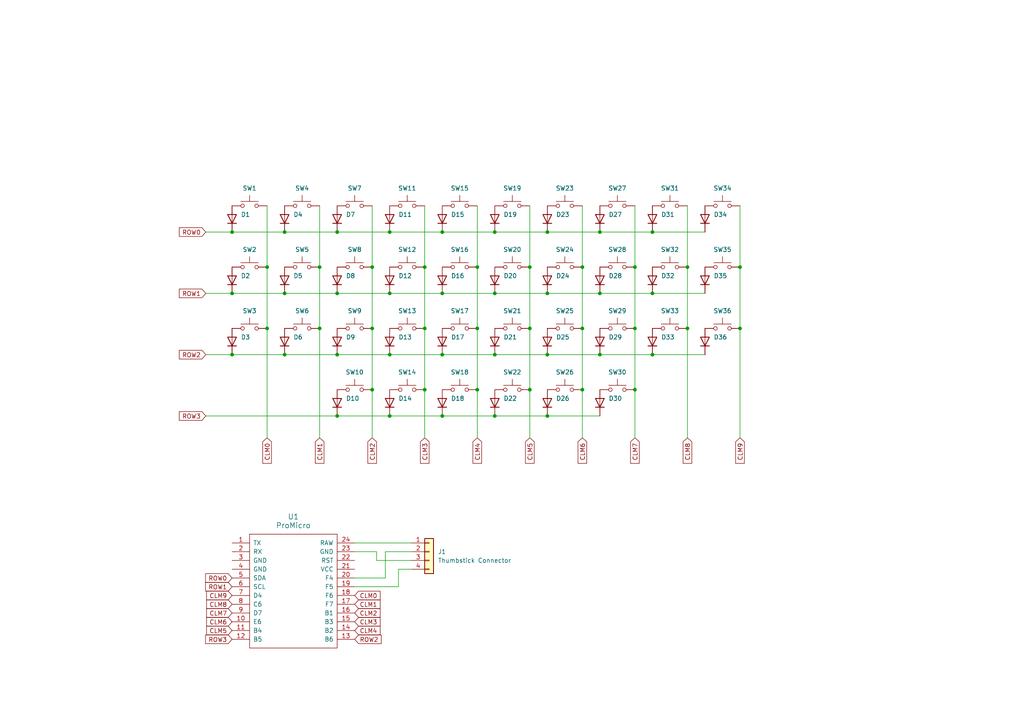
<source format=kicad_sch>
(kicad_sch (version 20230121) (generator eeschema)

  (uuid e9d100fa-8b95-4185-ba82-42a8712bf2c8)

  (paper "A4")

  (lib_symbols
    (symbol "Connector_Generic:Conn_01x04" (pin_names (offset 1.016) hide) (in_bom yes) (on_board yes)
      (property "Reference" "J" (at 0 5.08 0)
        (effects (font (size 1.27 1.27)))
      )
      (property "Value" "Conn_01x04" (at 0 -7.62 0)
        (effects (font (size 1.27 1.27)))
      )
      (property "Footprint" "" (at 0 0 0)
        (effects (font (size 1.27 1.27)) hide)
      )
      (property "Datasheet" "~" (at 0 0 0)
        (effects (font (size 1.27 1.27)) hide)
      )
      (property "ki_keywords" "connector" (at 0 0 0)
        (effects (font (size 1.27 1.27)) hide)
      )
      (property "ki_description" "Generic connector, single row, 01x04, script generated (kicad-library-utils/schlib/autogen/connector/)" (at 0 0 0)
        (effects (font (size 1.27 1.27)) hide)
      )
      (property "ki_fp_filters" "Connector*:*_1x??_*" (at 0 0 0)
        (effects (font (size 1.27 1.27)) hide)
      )
      (symbol "Conn_01x04_1_1"
        (rectangle (start -1.27 -4.953) (end 0 -5.207)
          (stroke (width 0.1524) (type default))
          (fill (type none))
        )
        (rectangle (start -1.27 -2.413) (end 0 -2.667)
          (stroke (width 0.1524) (type default))
          (fill (type none))
        )
        (rectangle (start -1.27 0.127) (end 0 -0.127)
          (stroke (width 0.1524) (type default))
          (fill (type none))
        )
        (rectangle (start -1.27 2.667) (end 0 2.413)
          (stroke (width 0.1524) (type default))
          (fill (type none))
        )
        (rectangle (start -1.27 3.81) (end 1.27 -6.35)
          (stroke (width 0.254) (type default))
          (fill (type background))
        )
        (pin passive line (at -5.08 2.54 0) (length 3.81)
          (name "Pin_1" (effects (font (size 1.27 1.27))))
          (number "1" (effects (font (size 1.27 1.27))))
        )
        (pin passive line (at -5.08 0 0) (length 3.81)
          (name "Pin_2" (effects (font (size 1.27 1.27))))
          (number "2" (effects (font (size 1.27 1.27))))
        )
        (pin passive line (at -5.08 -2.54 0) (length 3.81)
          (name "Pin_3" (effects (font (size 1.27 1.27))))
          (number "3" (effects (font (size 1.27 1.27))))
        )
        (pin passive line (at -5.08 -5.08 0) (length 3.81)
          (name "Pin_4" (effects (font (size 1.27 1.27))))
          (number "4" (effects (font (size 1.27 1.27))))
        )
      )
    )
    (symbol "Device:D" (pin_numbers hide) (pin_names (offset 1.016) hide) (in_bom yes) (on_board yes)
      (property "Reference" "D" (at 0 2.54 0)
        (effects (font (size 1.27 1.27)))
      )
      (property "Value" "D" (at 0 -2.54 0)
        (effects (font (size 1.27 1.27)))
      )
      (property "Footprint" "" (at 0 0 0)
        (effects (font (size 1.27 1.27)) hide)
      )
      (property "Datasheet" "~" (at 0 0 0)
        (effects (font (size 1.27 1.27)) hide)
      )
      (property "Sim.Device" "D" (at 0 0 0)
        (effects (font (size 1.27 1.27)) hide)
      )
      (property "Sim.Pins" "1=K 2=A" (at 0 0 0)
        (effects (font (size 1.27 1.27)) hide)
      )
      (property "ki_keywords" "diode" (at 0 0 0)
        (effects (font (size 1.27 1.27)) hide)
      )
      (property "ki_description" "Diode" (at 0 0 0)
        (effects (font (size 1.27 1.27)) hide)
      )
      (property "ki_fp_filters" "TO-???* *_Diode_* *SingleDiode* D_*" (at 0 0 0)
        (effects (font (size 1.27 1.27)) hide)
      )
      (symbol "D_0_1"
        (polyline
          (pts
            (xy -1.27 1.27)
            (xy -1.27 -1.27)
          )
          (stroke (width 0.254) (type default))
          (fill (type none))
        )
        (polyline
          (pts
            (xy 1.27 0)
            (xy -1.27 0)
          )
          (stroke (width 0) (type default))
          (fill (type none))
        )
        (polyline
          (pts
            (xy 1.27 1.27)
            (xy 1.27 -1.27)
            (xy -1.27 0)
            (xy 1.27 1.27)
          )
          (stroke (width 0.254) (type default))
          (fill (type none))
        )
      )
      (symbol "D_1_1"
        (pin passive line (at -3.81 0 0) (length 2.54)
          (name "K" (effects (font (size 1.27 1.27))))
          (number "1" (effects (font (size 1.27 1.27))))
        )
        (pin passive line (at 3.81 0 180) (length 2.54)
          (name "A" (effects (font (size 1.27 1.27))))
          (number "2" (effects (font (size 1.27 1.27))))
        )
      )
    )
    (symbol "Switch:SW_Push" (pin_numbers hide) (pin_names (offset 1.016) hide) (in_bom yes) (on_board yes)
      (property "Reference" "SW" (at 1.27 2.54 0)
        (effects (font (size 1.27 1.27)) (justify left))
      )
      (property "Value" "SW_Push" (at 0 -1.524 0)
        (effects (font (size 1.27 1.27)))
      )
      (property "Footprint" "" (at 0 5.08 0)
        (effects (font (size 1.27 1.27)) hide)
      )
      (property "Datasheet" "~" (at 0 5.08 0)
        (effects (font (size 1.27 1.27)) hide)
      )
      (property "ki_keywords" "switch normally-open pushbutton push-button" (at 0 0 0)
        (effects (font (size 1.27 1.27)) hide)
      )
      (property "ki_description" "Push button switch, generic, two pins" (at 0 0 0)
        (effects (font (size 1.27 1.27)) hide)
      )
      (symbol "SW_Push_0_1"
        (circle (center -2.032 0) (radius 0.508)
          (stroke (width 0) (type default))
          (fill (type none))
        )
        (polyline
          (pts
            (xy 0 1.27)
            (xy 0 3.048)
          )
          (stroke (width 0) (type default))
          (fill (type none))
        )
        (polyline
          (pts
            (xy 2.54 1.27)
            (xy -2.54 1.27)
          )
          (stroke (width 0) (type default))
          (fill (type none))
        )
        (circle (center 2.032 0) (radius 0.508)
          (stroke (width 0) (type default))
          (fill (type none))
        )
        (pin passive line (at -5.08 0 0) (length 2.54)
          (name "1" (effects (font (size 1.27 1.27))))
          (number "1" (effects (font (size 1.27 1.27))))
        )
        (pin passive line (at 5.08 0 180) (length 2.54)
          (name "2" (effects (font (size 1.27 1.27))))
          (number "2" (effects (font (size 1.27 1.27))))
        )
      )
    )
    (symbol "promicro:ProMicro" (pin_names (offset 1.016)) (in_bom yes) (on_board yes)
      (property "Reference" "U" (at 0 24.13 0)
        (effects (font (size 1.524 1.524)))
      )
      (property "Value" "ProMicro" (at 0 -13.97 0)
        (effects (font (size 1.524 1.524)))
      )
      (property "Footprint" "" (at 2.54 -26.67 0)
        (effects (font (size 1.524 1.524)))
      )
      (property "Datasheet" "" (at 2.54 -26.67 0)
        (effects (font (size 1.524 1.524)))
      )
      (symbol "ProMicro_0_1"
        (rectangle (start -12.7 21.59) (end 12.7 -11.43)
          (stroke (width 0) (type solid))
          (fill (type none))
        )
      )
      (symbol "ProMicro_1_1"
        (pin bidirectional line (at -17.78 19.05 0) (length 5.08)
          (name "TX" (effects (font (size 1.27 1.27))))
          (number "1" (effects (font (size 1.27 1.27))))
        )
        (pin bidirectional line (at -17.78 -3.81 0) (length 5.08)
          (name "E6" (effects (font (size 1.27 1.27))))
          (number "10" (effects (font (size 1.27 1.27))))
        )
        (pin bidirectional line (at -17.78 -6.35 0) (length 5.08)
          (name "B4" (effects (font (size 1.27 1.27))))
          (number "11" (effects (font (size 1.27 1.27))))
        )
        (pin bidirectional line (at -17.78 -8.89 0) (length 5.08)
          (name "B5" (effects (font (size 1.27 1.27))))
          (number "12" (effects (font (size 1.27 1.27))))
        )
        (pin bidirectional line (at 17.78 -8.89 180) (length 5.08)
          (name "B6" (effects (font (size 1.27 1.27))))
          (number "13" (effects (font (size 1.27 1.27))))
        )
        (pin bidirectional line (at 17.78 -6.35 180) (length 5.08)
          (name "B2" (effects (font (size 1.27 1.27))))
          (number "14" (effects (font (size 1.27 1.27))))
        )
        (pin bidirectional line (at 17.78 -3.81 180) (length 5.08)
          (name "B3" (effects (font (size 1.27 1.27))))
          (number "15" (effects (font (size 1.27 1.27))))
        )
        (pin bidirectional line (at 17.78 -1.27 180) (length 5.08)
          (name "B1" (effects (font (size 1.27 1.27))))
          (number "16" (effects (font (size 1.27 1.27))))
        )
        (pin bidirectional line (at 17.78 1.27 180) (length 5.08)
          (name "F7" (effects (font (size 1.27 1.27))))
          (number "17" (effects (font (size 1.27 1.27))))
        )
        (pin bidirectional line (at 17.78 3.81 180) (length 5.08)
          (name "F6" (effects (font (size 1.27 1.27))))
          (number "18" (effects (font (size 1.27 1.27))))
        )
        (pin bidirectional line (at 17.78 6.35 180) (length 5.08)
          (name "F5" (effects (font (size 1.27 1.27))))
          (number "19" (effects (font (size 1.27 1.27))))
        )
        (pin bidirectional line (at -17.78 16.51 0) (length 5.08)
          (name "RX" (effects (font (size 1.27 1.27))))
          (number "2" (effects (font (size 1.27 1.27))))
        )
        (pin bidirectional line (at 17.78 8.89 180) (length 5.08)
          (name "F4" (effects (font (size 1.27 1.27))))
          (number "20" (effects (font (size 1.27 1.27))))
        )
        (pin power_in line (at 17.78 11.43 180) (length 5.08)
          (name "VCC" (effects (font (size 1.27 1.27))))
          (number "21" (effects (font (size 1.27 1.27))))
        )
        (pin input line (at 17.78 13.97 180) (length 5.08)
          (name "RST" (effects (font (size 1.27 1.27))))
          (number "22" (effects (font (size 1.27 1.27))))
        )
        (pin power_in line (at 17.78 16.51 180) (length 5.08)
          (name "GND" (effects (font (size 1.27 1.27))))
          (number "23" (effects (font (size 1.27 1.27))))
        )
        (pin power_out line (at 17.78 19.05 180) (length 5.08)
          (name "RAW" (effects (font (size 1.27 1.27))))
          (number "24" (effects (font (size 1.27 1.27))))
        )
        (pin power_in line (at -17.78 13.97 0) (length 5.08)
          (name "GND" (effects (font (size 1.27 1.27))))
          (number "3" (effects (font (size 1.27 1.27))))
        )
        (pin power_in line (at -17.78 11.43 0) (length 5.08)
          (name "GND" (effects (font (size 1.27 1.27))))
          (number "4" (effects (font (size 1.27 1.27))))
        )
        (pin bidirectional line (at -17.78 8.89 0) (length 5.08)
          (name "SDA" (effects (font (size 1.27 1.27))))
          (number "5" (effects (font (size 1.27 1.27))))
        )
        (pin bidirectional line (at -17.78 6.35 0) (length 5.08)
          (name "SCL" (effects (font (size 1.27 1.27))))
          (number "6" (effects (font (size 1.27 1.27))))
        )
        (pin bidirectional line (at -17.78 3.81 0) (length 5.08)
          (name "D4" (effects (font (size 1.27 1.27))))
          (number "7" (effects (font (size 1.27 1.27))))
        )
        (pin bidirectional line (at -17.78 1.27 0) (length 5.08)
          (name "C6" (effects (font (size 1.27 1.27))))
          (number "8" (effects (font (size 1.27 1.27))))
        )
        (pin bidirectional line (at -17.78 -1.27 0) (length 5.08)
          (name "D7" (effects (font (size 1.27 1.27))))
          (number "9" (effects (font (size 1.27 1.27))))
        )
      )
    )
  )

  (junction (at 67.31 67.31) (diameter 0) (color 0 0 0 0)
    (uuid 13c0c3a0-03ce-4629-8912-579674523d2a)
  )
  (junction (at 107.95 77.47) (diameter 0) (color 0 0 0 0)
    (uuid 1410120f-615c-4fa4-82f7-9be01fb31c00)
  )
  (junction (at 158.75 120.65) (diameter 0) (color 0 0 0 0)
    (uuid 1c8797a0-0130-499d-895e-b2910c206e10)
  )
  (junction (at 189.23 67.31) (diameter 0) (color 0 0 0 0)
    (uuid 2158512d-8c35-4c22-a4d2-9f11f4dcc689)
  )
  (junction (at 92.71 95.25) (diameter 0) (color 0 0 0 0)
    (uuid 247f0362-2fe8-40be-859b-9a3b8e46177e)
  )
  (junction (at 214.63 77.47) (diameter 0) (color 0 0 0 0)
    (uuid 2526c25f-18f0-44ae-8d73-6f7f4a26af72)
  )
  (junction (at 199.39 77.47) (diameter 0) (color 0 0 0 0)
    (uuid 2532487e-ad30-4e67-81dc-91ce004e5de9)
  )
  (junction (at 158.75 85.09) (diameter 0) (color 0 0 0 0)
    (uuid 28b8cf01-6e21-4643-bdd9-e4dfc121a9ab)
  )
  (junction (at 158.75 67.31) (diameter 0) (color 0 0 0 0)
    (uuid 2d1a1ff8-4df6-4a6a-a032-c583864bd4a8)
  )
  (junction (at 128.27 85.09) (diameter 0) (color 0 0 0 0)
    (uuid 2f6574a0-292b-48c3-ba7a-ce68a2f70119)
  )
  (junction (at 128.27 102.87) (diameter 0) (color 0 0 0 0)
    (uuid 31b8ff5b-7543-440d-bc3d-d2dd8410aef5)
  )
  (junction (at 199.39 95.25) (diameter 0) (color 0 0 0 0)
    (uuid 33a73849-5720-48cd-92d3-5ecec401713b)
  )
  (junction (at 67.31 102.87) (diameter 0) (color 0 0 0 0)
    (uuid 3f5871de-d103-40ed-b54d-0dfbf03571a3)
  )
  (junction (at 123.19 113.03) (diameter 0) (color 0 0 0 0)
    (uuid 45a29f73-bf75-4b2b-a831-87a50529ada3)
  )
  (junction (at 113.03 102.87) (diameter 0) (color 0 0 0 0)
    (uuid 4848c2e7-f3b6-43a9-944c-f877def192a9)
  )
  (junction (at 97.79 67.31) (diameter 0) (color 0 0 0 0)
    (uuid 49e0df11-2419-49a5-8654-09e3f62d88df)
  )
  (junction (at 97.79 85.09) (diameter 0) (color 0 0 0 0)
    (uuid 51d77500-33e3-4396-8ba5-6cbd908a1bdd)
  )
  (junction (at 173.99 85.09) (diameter 0) (color 0 0 0 0)
    (uuid 542c585d-c226-42b0-aeae-d1e755c8f7c1)
  )
  (junction (at 138.43 77.47) (diameter 0) (color 0 0 0 0)
    (uuid 55363b51-0990-44fe-a2bc-a51ef951ef2c)
  )
  (junction (at 189.23 85.09) (diameter 0) (color 0 0 0 0)
    (uuid 562240dc-2cf6-4716-ae20-d632c0837250)
  )
  (junction (at 168.91 95.25) (diameter 0) (color 0 0 0 0)
    (uuid 59f0d206-9a28-43ee-b36a-ef3de3bd25b4)
  )
  (junction (at 173.99 67.31) (diameter 0) (color 0 0 0 0)
    (uuid 5a70df75-8794-4b4e-94ed-cabcc2c00208)
  )
  (junction (at 77.47 77.47) (diameter 0) (color 0 0 0 0)
    (uuid 5a917434-b521-45b9-b70e-165ad9b55c16)
  )
  (junction (at 189.23 102.87) (diameter 0) (color 0 0 0 0)
    (uuid 5dced673-c570-47a9-a481-936979ba1762)
  )
  (junction (at 214.63 95.25) (diameter 0) (color 0 0 0 0)
    (uuid 5dea762b-b183-45ed-82f2-7df6abcea25f)
  )
  (junction (at 128.27 67.31) (diameter 0) (color 0 0 0 0)
    (uuid 5f262ffd-216f-47d2-998f-305a76db739a)
  )
  (junction (at 184.15 77.47) (diameter 0) (color 0 0 0 0)
    (uuid 63a3aefe-4052-4a07-8f99-1c216d78ac36)
  )
  (junction (at 184.15 113.03) (diameter 0) (color 0 0 0 0)
    (uuid 67b0ad2a-0008-470b-81df-98a59fa8a2d7)
  )
  (junction (at 168.91 113.03) (diameter 0) (color 0 0 0 0)
    (uuid 686a7fc6-1b23-44c0-8eb4-0774064306c0)
  )
  (junction (at 113.03 120.65) (diameter 0) (color 0 0 0 0)
    (uuid 6e04e9c3-dd2e-4a2f-aa5a-5a3c9e02074e)
  )
  (junction (at 92.71 77.47) (diameter 0) (color 0 0 0 0)
    (uuid 758e7452-35e8-4c90-a06c-60b645d81a9b)
  )
  (junction (at 153.67 113.03) (diameter 0) (color 0 0 0 0)
    (uuid 76d7e64a-866f-4eee-b37c-bebd9c15b9e3)
  )
  (junction (at 138.43 95.25) (diameter 0) (color 0 0 0 0)
    (uuid 7a97149e-7d5a-41da-bc7b-4a47c0e7076e)
  )
  (junction (at 107.95 113.03) (diameter 0) (color 0 0 0 0)
    (uuid 837da30f-664c-4ad2-96fe-c5ba508d14e4)
  )
  (junction (at 82.55 102.87) (diameter 0) (color 0 0 0 0)
    (uuid 86a4eace-2357-40bd-b6d9-8a1d9e1bb308)
  )
  (junction (at 97.79 102.87) (diameter 0) (color 0 0 0 0)
    (uuid 8c2d2099-d371-4fd3-8a09-acf3be22a8fe)
  )
  (junction (at 143.51 67.31) (diameter 0) (color 0 0 0 0)
    (uuid 9308f988-8b29-45ee-b9f3-def09596e921)
  )
  (junction (at 153.67 95.25) (diameter 0) (color 0 0 0 0)
    (uuid 9d501e32-b4ef-4a31-8f38-6708cfb824c0)
  )
  (junction (at 158.75 102.87) (diameter 0) (color 0 0 0 0)
    (uuid 9d52551b-6f72-4cfe-9a54-6d785babc894)
  )
  (junction (at 143.51 120.65) (diameter 0) (color 0 0 0 0)
    (uuid 9eba2ba4-a4b1-4911-9f92-5ebfec2cc4ae)
  )
  (junction (at 168.91 77.47) (diameter 0) (color 0 0 0 0)
    (uuid adb9d6c1-53c0-4cb0-a49d-2e8fe4c3970d)
  )
  (junction (at 173.99 102.87) (diameter 0) (color 0 0 0 0)
    (uuid af82d890-56f0-4b55-91fd-91b8e128b598)
  )
  (junction (at 77.47 95.25) (diameter 0) (color 0 0 0 0)
    (uuid b01508fa-1dbf-4cba-8d34-58e30db709ba)
  )
  (junction (at 153.67 77.47) (diameter 0) (color 0 0 0 0)
    (uuid b4476db2-1a42-419a-a828-a71fffa57be3)
  )
  (junction (at 143.51 85.09) (diameter 0) (color 0 0 0 0)
    (uuid c05d4f84-bc08-485c-832c-5c9e46063370)
  )
  (junction (at 123.19 77.47) (diameter 0) (color 0 0 0 0)
    (uuid c1e33b18-13d4-47ee-9109-2c6c82e15cd5)
  )
  (junction (at 143.51 102.87) (diameter 0) (color 0 0 0 0)
    (uuid c316a221-db24-4511-83ec-eaea31fa0e8a)
  )
  (junction (at 82.55 67.31) (diameter 0) (color 0 0 0 0)
    (uuid c9ec7247-4c88-4786-8dd7-e6da9074f794)
  )
  (junction (at 107.95 95.25) (diameter 0) (color 0 0 0 0)
    (uuid cce2f2ee-31c6-4955-a6d1-393e1e80f237)
  )
  (junction (at 123.19 95.25) (diameter 0) (color 0 0 0 0)
    (uuid cdae1873-4412-4769-a94b-898f211c5dc8)
  )
  (junction (at 184.15 95.25) (diameter 0) (color 0 0 0 0)
    (uuid cfefe6cd-4a6a-44f5-9fb5-13c7cfd6ffc3)
  )
  (junction (at 67.31 85.09) (diameter 0) (color 0 0 0 0)
    (uuid d7dda4f9-8b8b-4eed-b45c-a612f1240337)
  )
  (junction (at 82.55 85.09) (diameter 0) (color 0 0 0 0)
    (uuid d83494fc-e9ae-4a9f-851f-afef116f2689)
  )
  (junction (at 97.79 120.65) (diameter 0) (color 0 0 0 0)
    (uuid df7f8fa8-bb2f-483c-ac57-b703e25618d0)
  )
  (junction (at 113.03 67.31) (diameter 0) (color 0 0 0 0)
    (uuid e507376d-e315-49da-bfa8-fbec1aadbdfa)
  )
  (junction (at 128.27 120.65) (diameter 0) (color 0 0 0 0)
    (uuid ec455c18-2298-46df-9fe1-ac7a22c39f7d)
  )
  (junction (at 138.43 113.03) (diameter 0) (color 0 0 0 0)
    (uuid f0c131a6-d039-4e9a-a1cb-92ce8d1b192f)
  )
  (junction (at 113.03 85.09) (diameter 0) (color 0 0 0 0)
    (uuid fbc4569f-d226-4d2b-8f63-6456eb48f896)
  )

  (wire (pts (xy 128.27 67.31) (xy 143.51 67.31))
    (stroke (width 0) (type default))
    (uuid 00ef9823-43bb-4c30-a19d-f4f4b4bd88bd)
  )
  (wire (pts (xy 168.91 95.25) (xy 168.91 113.03))
    (stroke (width 0) (type default))
    (uuid 01f7519c-5a4d-4660-8391-53d4bd6320ee)
  )
  (wire (pts (xy 82.55 67.31) (xy 97.79 67.31))
    (stroke (width 0) (type default))
    (uuid 09407e65-69c7-45a9-b597-78d5cb4637ce)
  )
  (wire (pts (xy 113.03 85.09) (xy 128.27 85.09))
    (stroke (width 0) (type default))
    (uuid 0a3de474-6982-43ef-895d-aaba3a70311e)
  )
  (wire (pts (xy 67.31 85.09) (xy 82.55 85.09))
    (stroke (width 0) (type default))
    (uuid 0a84a358-2e84-49fa-a7d4-77f8af767194)
  )
  (wire (pts (xy 184.15 59.69) (xy 184.15 77.47))
    (stroke (width 0) (type default))
    (uuid 0ef70f74-e87f-456e-8f87-81490d510f96)
  )
  (wire (pts (xy 107.95 77.47) (xy 107.95 95.25))
    (stroke (width 0) (type default))
    (uuid 1182e9d3-1d46-4d04-9d71-153e627fa189)
  )
  (wire (pts (xy 107.95 59.69) (xy 107.95 77.47))
    (stroke (width 0) (type default))
    (uuid 12858c79-437d-4425-8b88-4dc1e3429983)
  )
  (wire (pts (xy 97.79 67.31) (xy 113.03 67.31))
    (stroke (width 0) (type default))
    (uuid 13b2ee80-98d1-4e5f-8ce3-5f71aad7e152)
  )
  (wire (pts (xy 111.76 167.64) (xy 111.76 160.02))
    (stroke (width 0) (type default))
    (uuid 152466af-1a66-48d6-b546-f57f5632e325)
  )
  (wire (pts (xy 168.91 59.69) (xy 168.91 77.47))
    (stroke (width 0) (type default))
    (uuid 1d5b9b26-0f58-4eeb-a533-c95fe001841c)
  )
  (wire (pts (xy 153.67 59.69) (xy 153.67 77.47))
    (stroke (width 0) (type default))
    (uuid 210eedd5-e95f-40a8-b292-f03a0e0539c5)
  )
  (wire (pts (xy 97.79 120.65) (xy 113.03 120.65))
    (stroke (width 0) (type default))
    (uuid 253966c6-192f-42cc-a55d-931e8de23cd2)
  )
  (wire (pts (xy 173.99 102.87) (xy 189.23 102.87))
    (stroke (width 0) (type default))
    (uuid 2af478dc-47de-4e8e-95cf-15a156c8c4de)
  )
  (wire (pts (xy 189.23 102.87) (xy 204.47 102.87))
    (stroke (width 0) (type default))
    (uuid 2d4761be-b8c7-43a6-b845-6e6917ca6895)
  )
  (wire (pts (xy 128.27 120.65) (xy 143.51 120.65))
    (stroke (width 0) (type default))
    (uuid 3156e01d-752b-4d53-99fe-360b7f027335)
  )
  (wire (pts (xy 102.87 170.18) (xy 115.57 170.18))
    (stroke (width 0) (type default))
    (uuid 3b3ad1dc-326d-45b6-8f9c-65cc01df9c6d)
  )
  (wire (pts (xy 214.63 77.47) (xy 214.63 95.25))
    (stroke (width 0) (type default))
    (uuid 3d640afd-ad59-447d-8d25-e4e59eb217fe)
  )
  (wire (pts (xy 59.69 67.31) (xy 67.31 67.31))
    (stroke (width 0) (type default))
    (uuid 3e8202d1-17f3-4d33-b9da-f3c7b959cdc1)
  )
  (wire (pts (xy 109.22 160.02) (xy 109.22 162.56))
    (stroke (width 0) (type default))
    (uuid 40afdd37-fe3a-4427-8b5e-aac9463dd6c8)
  )
  (wire (pts (xy 82.55 102.87) (xy 97.79 102.87))
    (stroke (width 0) (type default))
    (uuid 44564e00-f600-4d98-84cc-43926aae2f38)
  )
  (wire (pts (xy 158.75 102.87) (xy 173.99 102.87))
    (stroke (width 0) (type default))
    (uuid 44841bf3-695b-4137-888a-76044c3d9cae)
  )
  (wire (pts (xy 67.31 67.31) (xy 82.55 67.31))
    (stroke (width 0) (type default))
    (uuid 48b2b78e-84c0-40d1-bfed-4a3396eb62f8)
  )
  (wire (pts (xy 214.63 59.69) (xy 214.63 77.47))
    (stroke (width 0) (type default))
    (uuid 4d337045-d734-4cc1-8373-8d20780f9af1)
  )
  (wire (pts (xy 168.91 77.47) (xy 168.91 95.25))
    (stroke (width 0) (type default))
    (uuid 54291a8f-871b-4ee8-bd1f-b69b0f8abb63)
  )
  (wire (pts (xy 199.39 59.69) (xy 199.39 77.47))
    (stroke (width 0) (type default))
    (uuid 5ad2de67-3555-42ba-b0b9-ee6b54a7e36d)
  )
  (wire (pts (xy 77.47 59.69) (xy 77.47 77.47))
    (stroke (width 0) (type default))
    (uuid 5fd3425d-a02a-4774-a575-3b47f26bf72a)
  )
  (wire (pts (xy 158.75 67.31) (xy 173.99 67.31))
    (stroke (width 0) (type default))
    (uuid 6488bc5b-4f6c-446a-9109-53c18214de7e)
  )
  (wire (pts (xy 138.43 95.25) (xy 138.43 113.03))
    (stroke (width 0) (type default))
    (uuid 66d277dc-4f34-48bd-a57b-6f1184755412)
  )
  (wire (pts (xy 143.51 85.09) (xy 158.75 85.09))
    (stroke (width 0) (type default))
    (uuid 6e5a8d74-dd43-4979-999a-ba9e3be95daf)
  )
  (wire (pts (xy 123.19 77.47) (xy 123.19 95.25))
    (stroke (width 0) (type default))
    (uuid 6f9b4b9e-0116-4c27-a3e4-9f2af895c26b)
  )
  (wire (pts (xy 189.23 85.09) (xy 204.47 85.09))
    (stroke (width 0) (type default))
    (uuid 733c159d-4e67-4bea-8e39-5854c008e510)
  )
  (wire (pts (xy 113.03 102.87) (xy 128.27 102.87))
    (stroke (width 0) (type default))
    (uuid 73b6eff9-b514-45f2-ac5b-51800d72c0da)
  )
  (wire (pts (xy 214.63 95.25) (xy 214.63 127))
    (stroke (width 0) (type default))
    (uuid 74be9465-7bec-464e-9738-544acf6f946c)
  )
  (wire (pts (xy 143.51 102.87) (xy 158.75 102.87))
    (stroke (width 0) (type default))
    (uuid 78cb11bb-1f6a-4a07-9422-7e0b052ab11e)
  )
  (wire (pts (xy 123.19 95.25) (xy 123.19 113.03))
    (stroke (width 0) (type default))
    (uuid 791d0ba8-aa7c-4c2a-bed6-b45ecafb2846)
  )
  (wire (pts (xy 138.43 59.69) (xy 138.43 77.47))
    (stroke (width 0) (type default))
    (uuid 7b34621e-f759-4542-993e-ce2396fff778)
  )
  (wire (pts (xy 82.55 85.09) (xy 97.79 85.09))
    (stroke (width 0) (type default))
    (uuid 7c0ce7b9-546a-4a03-ab31-0003030fe181)
  )
  (wire (pts (xy 115.57 170.18) (xy 115.57 165.1))
    (stroke (width 0) (type default))
    (uuid 7d75a7a4-4e41-4b61-88b0-8b060eafc8f2)
  )
  (wire (pts (xy 128.27 102.87) (xy 143.51 102.87))
    (stroke (width 0) (type default))
    (uuid 83fc3b72-e4e9-48ed-b300-9d12615b6c3d)
  )
  (wire (pts (xy 173.99 67.31) (xy 189.23 67.31))
    (stroke (width 0) (type default))
    (uuid 8a83db48-69a0-4003-8700-4823f853345c)
  )
  (wire (pts (xy 199.39 77.47) (xy 199.39 95.25))
    (stroke (width 0) (type default))
    (uuid 8e9ec7a4-868c-4a5f-acd5-5bf239309903)
  )
  (wire (pts (xy 59.69 102.87) (xy 67.31 102.87))
    (stroke (width 0) (type default))
    (uuid 8fd87f08-c897-4167-a557-f3577f89f9ba)
  )
  (wire (pts (xy 59.69 120.65) (xy 97.79 120.65))
    (stroke (width 0) (type default))
    (uuid 92c40e30-7fcf-4edf-9646-a42cad53122f)
  )
  (wire (pts (xy 138.43 113.03) (xy 138.43 127))
    (stroke (width 0) (type default))
    (uuid 93229ec0-c6dc-4ee5-8acf-5d99c2a0b393)
  )
  (wire (pts (xy 115.57 165.1) (xy 119.38 165.1))
    (stroke (width 0) (type default))
    (uuid 95dc7804-4b71-4072-9068-f333a3d7bc2d)
  )
  (wire (pts (xy 97.79 102.87) (xy 113.03 102.87))
    (stroke (width 0) (type default))
    (uuid 9a0498a6-a91a-4ee1-b39d-d46398cf71c2)
  )
  (wire (pts (xy 158.75 120.65) (xy 173.99 120.65))
    (stroke (width 0) (type default))
    (uuid 9c75d608-0dd8-4bef-8d03-bc11e319c23c)
  )
  (wire (pts (xy 184.15 113.03) (xy 184.15 127))
    (stroke (width 0) (type default))
    (uuid 9e7738fb-bab7-4988-8d0b-6bfdc1feac90)
  )
  (wire (pts (xy 128.27 85.09) (xy 143.51 85.09))
    (stroke (width 0) (type default))
    (uuid 9eb4009b-bf03-4865-9b95-e35acf611e0f)
  )
  (wire (pts (xy 153.67 113.03) (xy 153.67 127))
    (stroke (width 0) (type default))
    (uuid 9f670327-369f-4a7b-90ef-e96044767561)
  )
  (wire (pts (xy 59.69 85.09) (xy 67.31 85.09))
    (stroke (width 0) (type default))
    (uuid a1c9faea-e841-4ee6-b2d2-45a2b8991f55)
  )
  (wire (pts (xy 92.71 59.69) (xy 92.71 77.47))
    (stroke (width 0) (type default))
    (uuid a5870e96-fe7c-457f-a946-b0d34fce373b)
  )
  (wire (pts (xy 143.51 120.65) (xy 158.75 120.65))
    (stroke (width 0) (type default))
    (uuid a9f47cc1-fda9-4367-a5fe-4f1a3e86fed6)
  )
  (wire (pts (xy 123.19 113.03) (xy 123.19 127))
    (stroke (width 0) (type default))
    (uuid aa88dbab-e808-4c0c-ac77-1f66d5cd5e84)
  )
  (wire (pts (xy 153.67 95.25) (xy 153.67 113.03))
    (stroke (width 0) (type default))
    (uuid ac2275e8-8ce4-43af-a500-e6a23ecbd789)
  )
  (wire (pts (xy 123.19 59.69) (xy 123.19 77.47))
    (stroke (width 0) (type default))
    (uuid ac8eada9-3f23-4427-94df-f8d51a8137fe)
  )
  (wire (pts (xy 199.39 95.25) (xy 199.39 127))
    (stroke (width 0) (type default))
    (uuid b0252db2-acd4-43bc-8b7b-d1c5d43537a3)
  )
  (wire (pts (xy 184.15 77.47) (xy 184.15 95.25))
    (stroke (width 0) (type default))
    (uuid b07d961b-32e9-4067-8bd2-bc96d6eeb7a4)
  )
  (wire (pts (xy 102.87 167.64) (xy 111.76 167.64))
    (stroke (width 0) (type default))
    (uuid b9f76ff9-ed59-43c1-8098-629bcd37b3db)
  )
  (wire (pts (xy 97.79 85.09) (xy 113.03 85.09))
    (stroke (width 0) (type default))
    (uuid c41c6177-ff44-4998-8935-9fabcdbb7860)
  )
  (wire (pts (xy 107.95 95.25) (xy 107.95 113.03))
    (stroke (width 0) (type default))
    (uuid c721a29a-bf1c-4e24-ba89-05c4fd93135b)
  )
  (wire (pts (xy 102.87 157.48) (xy 119.38 157.48))
    (stroke (width 0) (type default))
    (uuid c7fd9021-e841-4aa6-80a9-09dbbfb44af6)
  )
  (wire (pts (xy 102.87 160.02) (xy 109.22 160.02))
    (stroke (width 0) (type default))
    (uuid c92aee36-632b-43b3-b485-cb0fc2617e26)
  )
  (wire (pts (xy 158.75 85.09) (xy 173.99 85.09))
    (stroke (width 0) (type default))
    (uuid c9883bd3-ff7f-4a51-a4e8-a9c200fc4c18)
  )
  (wire (pts (xy 168.91 113.03) (xy 168.91 127))
    (stroke (width 0) (type default))
    (uuid cfe47488-379c-407d-9b7e-f8f59dc72573)
  )
  (wire (pts (xy 153.67 77.47) (xy 153.67 95.25))
    (stroke (width 0) (type default))
    (uuid d404c5e0-ea3f-4d6c-9d63-ad11d8da1540)
  )
  (wire (pts (xy 113.03 67.31) (xy 128.27 67.31))
    (stroke (width 0) (type default))
    (uuid d76f2bb2-b406-4b34-a44f-a26de4a5209c)
  )
  (wire (pts (xy 184.15 95.25) (xy 184.15 113.03))
    (stroke (width 0) (type default))
    (uuid dbe9776e-50a5-4108-8115-a755df65117a)
  )
  (wire (pts (xy 173.99 85.09) (xy 189.23 85.09))
    (stroke (width 0) (type default))
    (uuid dca7d169-034a-4b65-a190-f85f96cb08ea)
  )
  (wire (pts (xy 138.43 77.47) (xy 138.43 95.25))
    (stroke (width 0) (type default))
    (uuid dd05815f-7399-4fbf-8340-564473d82ab6)
  )
  (wire (pts (xy 77.47 77.47) (xy 77.47 95.25))
    (stroke (width 0) (type default))
    (uuid debd01c8-adde-4b83-af57-c18e3e3c83da)
  )
  (wire (pts (xy 189.23 67.31) (xy 204.47 67.31))
    (stroke (width 0) (type default))
    (uuid dfd56be4-1f8b-4a52-b99c-08959c2d4767)
  )
  (wire (pts (xy 67.31 102.87) (xy 82.55 102.87))
    (stroke (width 0) (type default))
    (uuid e9b7edb9-8c70-472b-80ad-de2c268f5a5a)
  )
  (wire (pts (xy 92.71 95.25) (xy 92.71 127))
    (stroke (width 0) (type default))
    (uuid ea272d41-44ab-48b2-8707-3dfef6599c34)
  )
  (wire (pts (xy 113.03 120.65) (xy 128.27 120.65))
    (stroke (width 0) (type default))
    (uuid ecc731af-eb47-4aa7-96f7-8d56f88e9f8f)
  )
  (wire (pts (xy 92.71 77.47) (xy 92.71 95.25))
    (stroke (width 0) (type default))
    (uuid f18c2c9d-fbd9-44bd-bf0f-ae8be46b1cea)
  )
  (wire (pts (xy 143.51 67.31) (xy 158.75 67.31))
    (stroke (width 0) (type default))
    (uuid f1d3c1c7-bdbe-4cf7-bc70-2e43892be3ba)
  )
  (wire (pts (xy 77.47 95.25) (xy 77.47 127))
    (stroke (width 0) (type default))
    (uuid f3df37b8-df49-4d88-bdee-746b13d77ce3)
  )
  (wire (pts (xy 109.22 162.56) (xy 119.38 162.56))
    (stroke (width 0) (type default))
    (uuid f757403f-e850-4723-bc22-3133ebed6934)
  )
  (wire (pts (xy 111.76 160.02) (xy 119.38 160.02))
    (stroke (width 0) (type default))
    (uuid f7dfcb44-0bce-4d2e-a107-0c9d0de5bd2b)
  )
  (wire (pts (xy 107.95 113.03) (xy 107.95 127))
    (stroke (width 0) (type default))
    (uuid fe422071-8da3-49a9-bc1f-dc59621389c3)
  )

  (global_label "ROW3" (shape input) (at 67.31 185.42 180) (fields_autoplaced)
    (effects (font (size 1.27 1.27)) (justify right))
    (uuid 0cd0f238-39ca-477a-9d30-7805950e695c)
    (property "Intersheetrefs" "${INTERSHEET_REFS}" (at 59.0634 185.42 0)
      (effects (font (size 1.27 1.27)) (justify right) hide)
    )
  )
  (global_label "CLM2" (shape input) (at 102.87 177.8 0) (fields_autoplaced)
    (effects (font (size 1.27 1.27)) (justify left))
    (uuid 2179d21f-5483-488f-9684-9d34355f8986)
    (property "Intersheetrefs" "${INTERSHEET_REFS}" (at 110.8142 177.8 0)
      (effects (font (size 1.27 1.27)) (justify left) hide)
    )
  )
  (global_label "ROW2" (shape input) (at 59.69 102.87 180) (fields_autoplaced)
    (effects (font (size 1.27 1.27)) (justify right))
    (uuid 2a027733-5bd3-49e3-8983-a299ae80a5e3)
    (property "Intersheetrefs" "${INTERSHEET_REFS}" (at 51.4434 102.87 0)
      (effects (font (size 1.27 1.27)) (justify right) hide)
    )
  )
  (global_label "CLM8" (shape input) (at 199.39 127 270) (fields_autoplaced)
    (effects (font (size 1.27 1.27)) (justify right))
    (uuid 2a756881-8edc-474b-b309-74e849005a1d)
    (property "Intersheetrefs" "${INTERSHEET_REFS}" (at 199.39 134.9442 90)
      (effects (font (size 1.27 1.27)) (justify right) hide)
    )
  )
  (global_label "CLM3" (shape input) (at 102.87 180.34 0) (fields_autoplaced)
    (effects (font (size 1.27 1.27)) (justify left))
    (uuid 31dd705b-7342-426a-8e71-123aacf3ad53)
    (property "Intersheetrefs" "${INTERSHEET_REFS}" (at 110.8142 180.34 0)
      (effects (font (size 1.27 1.27)) (justify left) hide)
    )
  )
  (global_label "CLM4" (shape input) (at 102.87 182.88 0) (fields_autoplaced)
    (effects (font (size 1.27 1.27)) (justify left))
    (uuid 3b9b017e-af07-4983-a962-107b6fc3330c)
    (property "Intersheetrefs" "${INTERSHEET_REFS}" (at 110.8142 182.88 0)
      (effects (font (size 1.27 1.27)) (justify left) hide)
    )
  )
  (global_label "CLM9" (shape input) (at 214.63 127 270) (fields_autoplaced)
    (effects (font (size 1.27 1.27)) (justify right))
    (uuid 49083f61-de6f-4826-b1b1-6ed9b0387db8)
    (property "Intersheetrefs" "${INTERSHEET_REFS}" (at 214.63 134.9442 90)
      (effects (font (size 1.27 1.27)) (justify right) hide)
    )
  )
  (global_label "CLM7" (shape input) (at 67.31 177.8 180) (fields_autoplaced)
    (effects (font (size 1.27 1.27)) (justify right))
    (uuid 4adf3bc0-46d0-4049-9194-0a02dedd5d79)
    (property "Intersheetrefs" "${INTERSHEET_REFS}" (at 59.3658 177.8 0)
      (effects (font (size 1.27 1.27)) (justify right) hide)
    )
  )
  (global_label "CLM7" (shape input) (at 184.15 127 270) (fields_autoplaced)
    (effects (font (size 1.27 1.27)) (justify right))
    (uuid 4b0612ae-362e-4a9c-9168-c666068f8e39)
    (property "Intersheetrefs" "${INTERSHEET_REFS}" (at 184.15 134.9442 90)
      (effects (font (size 1.27 1.27)) (justify right) hide)
    )
  )
  (global_label "ROW2" (shape input) (at 102.87 185.42 0) (fields_autoplaced)
    (effects (font (size 1.27 1.27)) (justify left))
    (uuid 5511b797-2436-4a71-970b-a0061568678c)
    (property "Intersheetrefs" "${INTERSHEET_REFS}" (at 111.1166 185.42 0)
      (effects (font (size 1.27 1.27)) (justify left) hide)
    )
  )
  (global_label "CLM3" (shape input) (at 123.19 127 270) (fields_autoplaced)
    (effects (font (size 1.27 1.27)) (justify right))
    (uuid 62d14f15-98e8-4406-b6fa-745674454eb4)
    (property "Intersheetrefs" "${INTERSHEET_REFS}" (at 123.19 134.9442 90)
      (effects (font (size 1.27 1.27)) (justify right) hide)
    )
  )
  (global_label "CLM6" (shape input) (at 168.91 127 270) (fields_autoplaced)
    (effects (font (size 1.27 1.27)) (justify right))
    (uuid 721e1c69-abf1-4f8d-b08e-eed396c980e8)
    (property "Intersheetrefs" "${INTERSHEET_REFS}" (at 168.91 134.9442 90)
      (effects (font (size 1.27 1.27)) (justify right) hide)
    )
  )
  (global_label "CLM5" (shape input) (at 153.67 127 270) (fields_autoplaced)
    (effects (font (size 1.27 1.27)) (justify right))
    (uuid 818cda5c-f2c7-4581-9289-104ce0940d79)
    (property "Intersheetrefs" "${INTERSHEET_REFS}" (at 153.67 134.9442 90)
      (effects (font (size 1.27 1.27)) (justify right) hide)
    )
  )
  (global_label "CLM6" (shape input) (at 67.31 180.34 180) (fields_autoplaced)
    (effects (font (size 1.27 1.27)) (justify right))
    (uuid 98bd847d-e43e-4464-9484-fe8a6b3520ce)
    (property "Intersheetrefs" "${INTERSHEET_REFS}" (at 59.3658 180.34 0)
      (effects (font (size 1.27 1.27)) (justify right) hide)
    )
  )
  (global_label "ROW3" (shape input) (at 59.69 120.65 180) (fields_autoplaced)
    (effects (font (size 1.27 1.27)) (justify right))
    (uuid 9f45b662-2c5f-4944-96e7-86447ab577ac)
    (property "Intersheetrefs" "${INTERSHEET_REFS}" (at 51.4434 120.65 0)
      (effects (font (size 1.27 1.27)) (justify right) hide)
    )
  )
  (global_label "ROW0" (shape input) (at 67.31 167.64 180) (fields_autoplaced)
    (effects (font (size 1.27 1.27)) (justify right))
    (uuid b0d72d0f-623d-4e29-8f68-580809d7ed85)
    (property "Intersheetrefs" "${INTERSHEET_REFS}" (at 59.0634 167.64 0)
      (effects (font (size 1.27 1.27)) (justify right) hide)
    )
  )
  (global_label "CLM0" (shape input) (at 77.47 127 270) (fields_autoplaced)
    (effects (font (size 1.27 1.27)) (justify right))
    (uuid b15c4268-7abb-4ecf-8398-28832358413b)
    (property "Intersheetrefs" "${INTERSHEET_REFS}" (at 77.47 134.9442 90)
      (effects (font (size 1.27 1.27)) (justify right) hide)
    )
  )
  (global_label "CLM9" (shape input) (at 67.31 172.72 180) (fields_autoplaced)
    (effects (font (size 1.27 1.27)) (justify right))
    (uuid bb009adf-aead-43e9-bbd6-1fa98328a841)
    (property "Intersheetrefs" "${INTERSHEET_REFS}" (at 59.3658 172.72 0)
      (effects (font (size 1.27 1.27)) (justify right) hide)
    )
  )
  (global_label "CLM4" (shape input) (at 138.43 127 270) (fields_autoplaced)
    (effects (font (size 1.27 1.27)) (justify right))
    (uuid c54ae20b-0eab-4fe7-9f1d-c4aa85bf874a)
    (property "Intersheetrefs" "${INTERSHEET_REFS}" (at 138.43 134.9442 90)
      (effects (font (size 1.27 1.27)) (justify right) hide)
    )
  )
  (global_label "CLM5" (shape input) (at 67.31 182.88 180) (fields_autoplaced)
    (effects (font (size 1.27 1.27)) (justify right))
    (uuid ce25b4f6-5923-4b25-9f3f-5f02bdf96ce6)
    (property "Intersheetrefs" "${INTERSHEET_REFS}" (at 59.3658 182.88 0)
      (effects (font (size 1.27 1.27)) (justify right) hide)
    )
  )
  (global_label "ROW0" (shape input) (at 59.69 67.31 180) (fields_autoplaced)
    (effects (font (size 1.27 1.27)) (justify right))
    (uuid d39ad0ac-5773-4111-a601-55dd89edfd57)
    (property "Intersheetrefs" "${INTERSHEET_REFS}" (at 51.4434 67.31 0)
      (effects (font (size 1.27 1.27)) (justify right) hide)
    )
  )
  (global_label "CLM0" (shape input) (at 102.87 172.72 0) (fields_autoplaced)
    (effects (font (size 1.27 1.27)) (justify left))
    (uuid da70b667-92f1-4c64-ad3a-59a1e3ad97c0)
    (property "Intersheetrefs" "${INTERSHEET_REFS}" (at 110.8142 172.72 0)
      (effects (font (size 1.27 1.27)) (justify left) hide)
    )
  )
  (global_label "CLM2" (shape input) (at 107.95 127 270) (fields_autoplaced)
    (effects (font (size 1.27 1.27)) (justify right))
    (uuid df57912d-93e6-4c09-9d72-3f43ea28082a)
    (property "Intersheetrefs" "${INTERSHEET_REFS}" (at 107.95 134.9442 90)
      (effects (font (size 1.27 1.27)) (justify right) hide)
    )
  )
  (global_label "CLM8" (shape input) (at 67.31 175.26 180) (fields_autoplaced)
    (effects (font (size 1.27 1.27)) (justify right))
    (uuid ea0bfc9e-68f6-4f2d-ac62-b0ca4082c325)
    (property "Intersheetrefs" "${INTERSHEET_REFS}" (at 59.3658 175.26 0)
      (effects (font (size 1.27 1.27)) (justify right) hide)
    )
  )
  (global_label "CLM1" (shape input) (at 102.87 175.26 0) (fields_autoplaced)
    (effects (font (size 1.27 1.27)) (justify left))
    (uuid ed8be200-ba34-4453-8f09-7ed1149ec2d4)
    (property "Intersheetrefs" "${INTERSHEET_REFS}" (at 110.8142 175.26 0)
      (effects (font (size 1.27 1.27)) (justify left) hide)
    )
  )
  (global_label "ROW1" (shape input) (at 59.69 85.09 180) (fields_autoplaced)
    (effects (font (size 1.27 1.27)) (justify right))
    (uuid edb2255a-1ad4-4777-b369-67c788713607)
    (property "Intersheetrefs" "${INTERSHEET_REFS}" (at 51.4434 85.09 0)
      (effects (font (size 1.27 1.27)) (justify right) hide)
    )
  )
  (global_label "CLM1" (shape input) (at 92.71 127 270) (fields_autoplaced)
    (effects (font (size 1.27 1.27)) (justify right))
    (uuid ee3f11e3-a7e8-4e44-9f8f-ff9b156ac13d)
    (property "Intersheetrefs" "${INTERSHEET_REFS}" (at 92.71 134.9442 90)
      (effects (font (size 1.27 1.27)) (justify right) hide)
    )
  )
  (global_label "ROW1" (shape input) (at 67.31 170.18 180) (fields_autoplaced)
    (effects (font (size 1.27 1.27)) (justify right))
    (uuid f6926ec6-9526-4d08-bca0-cbaca006fa5b)
    (property "Intersheetrefs" "${INTERSHEET_REFS}" (at 59.0634 170.18 0)
      (effects (font (size 1.27 1.27)) (justify right) hide)
    )
  )

  (symbol (lib_id "Switch:SW_Push") (at 118.11 113.03 0) (unit 1)
    (in_bom yes) (on_board yes) (dnp no) (fields_autoplaced)
    (uuid 01c24b2b-153c-4d6d-af50-e2b1d5216925)
    (property "Reference" "SW14" (at 118.11 107.95 0)
      (effects (font (size 1.27 1.27)))
    )
    (property "Value" "SW_Push" (at 118.11 107.95 0)
      (effects (font (size 1.27 1.27)) hide)
    )
    (property "Footprint" "Footprints:SW_PG1350" (at 118.11 107.95 0)
      (effects (font (size 1.27 1.27)) hide)
    )
    (property "Datasheet" "~" (at 118.11 107.95 0)
      (effects (font (size 1.27 1.27)) hide)
    )
    (pin "1" (uuid 1640fa41-934c-4d6f-83cf-9e97c4ea07eb))
    (pin "2" (uuid 550f9dcc-24ab-40d3-95cc-ee8b9b31f211))
    (instances
      (project "DeckBoard"
        (path "/e9d100fa-8b95-4185-ba82-42a8712bf2c8"
          (reference "SW14") (unit 1)
        )
      )
    )
  )

  (symbol (lib_id "Device:D") (at 128.27 81.28 90) (unit 1)
    (in_bom yes) (on_board yes) (dnp no) (fields_autoplaced)
    (uuid 044c74ef-5405-4a20-93bf-809e121618b9)
    (property "Reference" "D16" (at 130.81 80.01 90)
      (effects (font (size 1.27 1.27)) (justify right))
    )
    (property "Value" "D" (at 130.81 82.55 90)
      (effects (font (size 1.27 1.27)) (justify right) hide)
    )
    (property "Footprint" "Diode_SMD:D_0805_2012Metric" (at 128.27 81.28 0)
      (effects (font (size 1.27 1.27)) hide)
    )
    (property "Datasheet" "~" (at 128.27 81.28 0)
      (effects (font (size 1.27 1.27)) hide)
    )
    (property "Sim.Device" "D" (at 128.27 81.28 0)
      (effects (font (size 1.27 1.27)) hide)
    )
    (property "Sim.Pins" "1=K 2=A" (at 128.27 81.28 0)
      (effects (font (size 1.27 1.27)) hide)
    )
    (pin "1" (uuid e8f403ba-fc0b-4c07-afe3-49e8d8e37f73))
    (pin "2" (uuid eeae8e19-de86-49f6-bf2a-d9fdbeac4304))
    (instances
      (project "DeckBoard"
        (path "/e9d100fa-8b95-4185-ba82-42a8712bf2c8"
          (reference "D16") (unit 1)
        )
      )
    )
  )

  (symbol (lib_id "Device:D") (at 67.31 63.5 90) (unit 1)
    (in_bom yes) (on_board yes) (dnp no) (fields_autoplaced)
    (uuid 0d254347-d811-43bc-82b4-8c71161a9075)
    (property "Reference" "D1" (at 69.85 62.23 90)
      (effects (font (size 1.27 1.27)) (justify right))
    )
    (property "Value" "D" (at 69.85 64.77 90)
      (effects (font (size 1.27 1.27)) (justify right) hide)
    )
    (property "Footprint" "Diode_SMD:D_0805_2012Metric" (at 67.31 63.5 0)
      (effects (font (size 1.27 1.27)) hide)
    )
    (property "Datasheet" "~" (at 67.31 63.5 0)
      (effects (font (size 1.27 1.27)) hide)
    )
    (property "Sim.Device" "D" (at 67.31 63.5 0)
      (effects (font (size 1.27 1.27)) hide)
    )
    (property "Sim.Pins" "1=K 2=A" (at 67.31 63.5 0)
      (effects (font (size 1.27 1.27)) hide)
    )
    (pin "1" (uuid 1b499ff5-2fb8-4a9d-80a1-90a7750c48d5))
    (pin "2" (uuid 6c6fc0f9-815d-4fce-9bb2-5d07c2e5e3d1))
    (instances
      (project "DeckBoard"
        (path "/e9d100fa-8b95-4185-ba82-42a8712bf2c8"
          (reference "D1") (unit 1)
        )
      )
    )
  )

  (symbol (lib_id "Device:D") (at 189.23 63.5 90) (unit 1)
    (in_bom yes) (on_board yes) (dnp no) (fields_autoplaced)
    (uuid 0dec01ba-23dc-4b41-9c09-0b1927c81e9d)
    (property "Reference" "D31" (at 191.77 62.23 90)
      (effects (font (size 1.27 1.27)) (justify right))
    )
    (property "Value" "D" (at 191.77 64.77 90)
      (effects (font (size 1.27 1.27)) (justify right) hide)
    )
    (property "Footprint" "Diode_SMD:D_0805_2012Metric" (at 189.23 63.5 0)
      (effects (font (size 1.27 1.27)) hide)
    )
    (property "Datasheet" "~" (at 189.23 63.5 0)
      (effects (font (size 1.27 1.27)) hide)
    )
    (property "Sim.Device" "D" (at 189.23 63.5 0)
      (effects (font (size 1.27 1.27)) hide)
    )
    (property "Sim.Pins" "1=K 2=A" (at 189.23 63.5 0)
      (effects (font (size 1.27 1.27)) hide)
    )
    (pin "1" (uuid 6d3c9e95-f975-45df-9102-5e6c8de63e3d))
    (pin "2" (uuid 52d5b0c2-9850-4c33-9f16-31c1489b10b3))
    (instances
      (project "DeckBoard"
        (path "/e9d100fa-8b95-4185-ba82-42a8712bf2c8"
          (reference "D31") (unit 1)
        )
      )
    )
  )

  (symbol (lib_id "Device:D") (at 113.03 99.06 90) (unit 1)
    (in_bom yes) (on_board yes) (dnp no) (fields_autoplaced)
    (uuid 0e664715-db99-44e3-9c1b-a1281f1df4dd)
    (property "Reference" "D13" (at 115.57 97.79 90)
      (effects (font (size 1.27 1.27)) (justify right))
    )
    (property "Value" "D" (at 115.57 100.33 90)
      (effects (font (size 1.27 1.27)) (justify right) hide)
    )
    (property "Footprint" "Diode_SMD:D_0805_2012Metric" (at 113.03 99.06 0)
      (effects (font (size 1.27 1.27)) hide)
    )
    (property "Datasheet" "~" (at 113.03 99.06 0)
      (effects (font (size 1.27 1.27)) hide)
    )
    (property "Sim.Device" "D" (at 113.03 99.06 0)
      (effects (font (size 1.27 1.27)) hide)
    )
    (property "Sim.Pins" "1=K 2=A" (at 113.03 99.06 0)
      (effects (font (size 1.27 1.27)) hide)
    )
    (pin "1" (uuid 125544c6-c8a4-4773-84c5-01c4ed1c53c7))
    (pin "2" (uuid fbc13cd6-366f-47eb-9029-ef6c10d6d27c))
    (instances
      (project "DeckBoard"
        (path "/e9d100fa-8b95-4185-ba82-42a8712bf2c8"
          (reference "D13") (unit 1)
        )
      )
    )
  )

  (symbol (lib_id "Device:D") (at 128.27 99.06 90) (unit 1)
    (in_bom yes) (on_board yes) (dnp no) (fields_autoplaced)
    (uuid 0f69d355-362f-4252-8294-a3dbff82176e)
    (property "Reference" "D17" (at 130.81 97.79 90)
      (effects (font (size 1.27 1.27)) (justify right))
    )
    (property "Value" "D" (at 130.81 100.33 90)
      (effects (font (size 1.27 1.27)) (justify right) hide)
    )
    (property "Footprint" "Diode_SMD:D_0805_2012Metric" (at 128.27 99.06 0)
      (effects (font (size 1.27 1.27)) hide)
    )
    (property "Datasheet" "~" (at 128.27 99.06 0)
      (effects (font (size 1.27 1.27)) hide)
    )
    (property "Sim.Device" "D" (at 128.27 99.06 0)
      (effects (font (size 1.27 1.27)) hide)
    )
    (property "Sim.Pins" "1=K 2=A" (at 128.27 99.06 0)
      (effects (font (size 1.27 1.27)) hide)
    )
    (pin "1" (uuid fd1e474d-ca22-4b06-8bcb-07222f6e7ec0))
    (pin "2" (uuid b58ce201-3223-44f8-aa68-844eb8f63d6e))
    (instances
      (project "DeckBoard"
        (path "/e9d100fa-8b95-4185-ba82-42a8712bf2c8"
          (reference "D17") (unit 1)
        )
      )
    )
  )

  (symbol (lib_id "Device:D") (at 173.99 63.5 90) (unit 1)
    (in_bom yes) (on_board yes) (dnp no) (fields_autoplaced)
    (uuid 17513109-19f9-4b56-9a4b-52284ccc80ca)
    (property "Reference" "D27" (at 176.53 62.23 90)
      (effects (font (size 1.27 1.27)) (justify right))
    )
    (property "Value" "D" (at 176.53 64.77 90)
      (effects (font (size 1.27 1.27)) (justify right) hide)
    )
    (property "Footprint" "Diode_SMD:D_0805_2012Metric" (at 173.99 63.5 0)
      (effects (font (size 1.27 1.27)) hide)
    )
    (property "Datasheet" "~" (at 173.99 63.5 0)
      (effects (font (size 1.27 1.27)) hide)
    )
    (property "Sim.Device" "D" (at 173.99 63.5 0)
      (effects (font (size 1.27 1.27)) hide)
    )
    (property "Sim.Pins" "1=K 2=A" (at 173.99 63.5 0)
      (effects (font (size 1.27 1.27)) hide)
    )
    (pin "1" (uuid 478fec99-adf5-4bb9-8b7c-3ac10706cf7d))
    (pin "2" (uuid edf305eb-53ce-483e-8f82-7da7d010cc06))
    (instances
      (project "DeckBoard"
        (path "/e9d100fa-8b95-4185-ba82-42a8712bf2c8"
          (reference "D27") (unit 1)
        )
      )
    )
  )

  (symbol (lib_id "Device:D") (at 173.99 99.06 90) (unit 1)
    (in_bom yes) (on_board yes) (dnp no) (fields_autoplaced)
    (uuid 25d6a779-b26d-4967-8dcf-3285070b2cf0)
    (property "Reference" "D29" (at 176.53 97.79 90)
      (effects (font (size 1.27 1.27)) (justify right))
    )
    (property "Value" "D" (at 176.53 100.33 90)
      (effects (font (size 1.27 1.27)) (justify right) hide)
    )
    (property "Footprint" "Diode_SMD:D_0805_2012Metric" (at 173.99 99.06 0)
      (effects (font (size 1.27 1.27)) hide)
    )
    (property "Datasheet" "~" (at 173.99 99.06 0)
      (effects (font (size 1.27 1.27)) hide)
    )
    (property "Sim.Device" "D" (at 173.99 99.06 0)
      (effects (font (size 1.27 1.27)) hide)
    )
    (property "Sim.Pins" "1=K 2=A" (at 173.99 99.06 0)
      (effects (font (size 1.27 1.27)) hide)
    )
    (pin "1" (uuid 948b9488-032d-423f-acc7-775ef868dc54))
    (pin "2" (uuid ae1ce648-6ea7-498a-9382-9f4090adb10e))
    (instances
      (project "DeckBoard"
        (path "/e9d100fa-8b95-4185-ba82-42a8712bf2c8"
          (reference "D29") (unit 1)
        )
      )
    )
  )

  (symbol (lib_id "Switch:SW_Push") (at 118.11 59.69 0) (unit 1)
    (in_bom yes) (on_board yes) (dnp no) (fields_autoplaced)
    (uuid 2772e986-64e0-482e-9bc7-b19f12485059)
    (property "Reference" "SW11" (at 118.11 54.61 0)
      (effects (font (size 1.27 1.27)))
    )
    (property "Value" "SW_Push" (at 118.11 54.61 0)
      (effects (font (size 1.27 1.27)) hide)
    )
    (property "Footprint" "Footprints:SW_PG1350" (at 118.11 54.61 0)
      (effects (font (size 1.27 1.27)) hide)
    )
    (property "Datasheet" "~" (at 118.11 54.61 0)
      (effects (font (size 1.27 1.27)) hide)
    )
    (pin "1" (uuid 92d86940-775a-4652-8d17-a421d0982050))
    (pin "2" (uuid 4603efaf-d3d5-4dbb-9ac0-6d6d561b6f48))
    (instances
      (project "DeckBoard"
        (path "/e9d100fa-8b95-4185-ba82-42a8712bf2c8"
          (reference "SW11") (unit 1)
        )
      )
    )
  )

  (symbol (lib_id "Device:D") (at 97.79 63.5 90) (unit 1)
    (in_bom yes) (on_board yes) (dnp no) (fields_autoplaced)
    (uuid 2bd4b428-e6d1-4c61-81de-60a2f0988f6d)
    (property "Reference" "D7" (at 100.33 62.23 90)
      (effects (font (size 1.27 1.27)) (justify right))
    )
    (property "Value" "D" (at 100.33 64.77 90)
      (effects (font (size 1.27 1.27)) (justify right) hide)
    )
    (property "Footprint" "Diode_SMD:D_0805_2012Metric" (at 97.79 63.5 0)
      (effects (font (size 1.27 1.27)) hide)
    )
    (property "Datasheet" "~" (at 97.79 63.5 0)
      (effects (font (size 1.27 1.27)) hide)
    )
    (property "Sim.Device" "D" (at 97.79 63.5 0)
      (effects (font (size 1.27 1.27)) hide)
    )
    (property "Sim.Pins" "1=K 2=A" (at 97.79 63.5 0)
      (effects (font (size 1.27 1.27)) hide)
    )
    (pin "1" (uuid 54b58d04-9f23-4d4d-8459-541b2b8e9d64))
    (pin "2" (uuid d77d35ce-343c-494f-8ce8-940df8efc703))
    (instances
      (project "DeckBoard"
        (path "/e9d100fa-8b95-4185-ba82-42a8712bf2c8"
          (reference "D7") (unit 1)
        )
      )
    )
  )

  (symbol (lib_id "Switch:SW_Push") (at 194.31 77.47 0) (unit 1)
    (in_bom yes) (on_board yes) (dnp no) (fields_autoplaced)
    (uuid 32373f36-c5cd-4768-a669-4e868311abcf)
    (property "Reference" "SW32" (at 194.31 72.39 0)
      (effects (font (size 1.27 1.27)))
    )
    (property "Value" "SW_Push" (at 194.31 72.39 0)
      (effects (font (size 1.27 1.27)) hide)
    )
    (property "Footprint" "Footprints:SW_PG1350" (at 194.31 72.39 0)
      (effects (font (size 1.27 1.27)) hide)
    )
    (property "Datasheet" "~" (at 194.31 72.39 0)
      (effects (font (size 1.27 1.27)) hide)
    )
    (pin "1" (uuid bca006f5-cda8-4831-b5ba-46ce095d7d02))
    (pin "2" (uuid 34de86e4-a70d-4b2e-a391-8b9ed08868f9))
    (instances
      (project "DeckBoard"
        (path "/e9d100fa-8b95-4185-ba82-42a8712bf2c8"
          (reference "SW32") (unit 1)
        )
      )
    )
  )

  (symbol (lib_id "Switch:SW_Push") (at 87.63 77.47 0) (unit 1)
    (in_bom yes) (on_board yes) (dnp no) (fields_autoplaced)
    (uuid 33643d9d-25f8-4855-9905-c43313361734)
    (property "Reference" "SW5" (at 87.63 72.39 0)
      (effects (font (size 1.27 1.27)))
    )
    (property "Value" "SW_Push" (at 87.63 72.39 0)
      (effects (font (size 1.27 1.27)) hide)
    )
    (property "Footprint" "Footprints:SW_PG1350" (at 87.63 72.39 0)
      (effects (font (size 1.27 1.27)) hide)
    )
    (property "Datasheet" "~" (at 87.63 72.39 0)
      (effects (font (size 1.27 1.27)) hide)
    )
    (pin "1" (uuid aad034d1-439f-4782-bedd-3584bd4ec830))
    (pin "2" (uuid 083a7a3d-1e8d-43c1-9875-e419dfe69439))
    (instances
      (project "DeckBoard"
        (path "/e9d100fa-8b95-4185-ba82-42a8712bf2c8"
          (reference "SW5") (unit 1)
        )
      )
    )
  )

  (symbol (lib_id "Device:D") (at 113.03 63.5 90) (unit 1)
    (in_bom yes) (on_board yes) (dnp no) (fields_autoplaced)
    (uuid 33a583dd-32b2-4bc9-9c55-8cba230a09f1)
    (property "Reference" "D11" (at 115.57 62.23 90)
      (effects (font (size 1.27 1.27)) (justify right))
    )
    (property "Value" "D" (at 115.57 64.77 90)
      (effects (font (size 1.27 1.27)) (justify right) hide)
    )
    (property "Footprint" "Diode_SMD:D_0805_2012Metric" (at 113.03 63.5 0)
      (effects (font (size 1.27 1.27)) hide)
    )
    (property "Datasheet" "~" (at 113.03 63.5 0)
      (effects (font (size 1.27 1.27)) hide)
    )
    (property "Sim.Device" "D" (at 113.03 63.5 0)
      (effects (font (size 1.27 1.27)) hide)
    )
    (property "Sim.Pins" "1=K 2=A" (at 113.03 63.5 0)
      (effects (font (size 1.27 1.27)) hide)
    )
    (pin "1" (uuid 49c5f11c-24bf-4ea3-a303-d9e79f92c4c1))
    (pin "2" (uuid e3fba778-e62e-4c3e-b40f-ad342b570a14))
    (instances
      (project "DeckBoard"
        (path "/e9d100fa-8b95-4185-ba82-42a8712bf2c8"
          (reference "D11") (unit 1)
        )
      )
    )
  )

  (symbol (lib_id "Switch:SW_Push") (at 209.55 95.25 0) (unit 1)
    (in_bom yes) (on_board yes) (dnp no) (fields_autoplaced)
    (uuid 33b019df-88b3-4482-8f28-ca44b403b67d)
    (property "Reference" "SW36" (at 209.55 90.17 0)
      (effects (font (size 1.27 1.27)))
    )
    (property "Value" "SW_Push" (at 209.55 90.17 0)
      (effects (font (size 1.27 1.27)) hide)
    )
    (property "Footprint" "Footprints:SW_PG1350" (at 209.55 90.17 0)
      (effects (font (size 1.27 1.27)) hide)
    )
    (property "Datasheet" "~" (at 209.55 90.17 0)
      (effects (font (size 1.27 1.27)) hide)
    )
    (pin "1" (uuid 58e11cf7-947e-4701-a0e6-01fa60751d88))
    (pin "2" (uuid c27d7288-d5d1-45b2-848d-b66fc2d28b50))
    (instances
      (project "DeckBoard"
        (path "/e9d100fa-8b95-4185-ba82-42a8712bf2c8"
          (reference "SW36") (unit 1)
        )
      )
    )
  )

  (symbol (lib_id "Switch:SW_Push") (at 148.59 113.03 0) (unit 1)
    (in_bom yes) (on_board yes) (dnp no) (fields_autoplaced)
    (uuid 369e9418-0125-405e-8aea-8fcbca2b825e)
    (property "Reference" "SW22" (at 148.59 107.95 0)
      (effects (font (size 1.27 1.27)))
    )
    (property "Value" "SW_Push" (at 148.59 107.95 0)
      (effects (font (size 1.27 1.27)) hide)
    )
    (property "Footprint" "Footprints:SW_PG1350" (at 148.59 107.95 0)
      (effects (font (size 1.27 1.27)) hide)
    )
    (property "Datasheet" "~" (at 148.59 107.95 0)
      (effects (font (size 1.27 1.27)) hide)
    )
    (pin "1" (uuid 2a689b79-a401-46b4-81a6-671cd18b9e78))
    (pin "2" (uuid 4f78fc40-7061-4e35-9b93-3becc0dddff5))
    (instances
      (project "DeckBoard"
        (path "/e9d100fa-8b95-4185-ba82-42a8712bf2c8"
          (reference "SW22") (unit 1)
        )
      )
    )
  )

  (symbol (lib_id "Switch:SW_Push") (at 179.07 59.69 0) (unit 1)
    (in_bom yes) (on_board yes) (dnp no) (fields_autoplaced)
    (uuid 374f1fcb-0bfa-4b8a-ae7b-529358890bd5)
    (property "Reference" "SW27" (at 179.07 54.61 0)
      (effects (font (size 1.27 1.27)))
    )
    (property "Value" "SW_Push" (at 179.07 54.61 0)
      (effects (font (size 1.27 1.27)) hide)
    )
    (property "Footprint" "Footprints:SW_PG1350" (at 179.07 54.61 0)
      (effects (font (size 1.27 1.27)) hide)
    )
    (property "Datasheet" "~" (at 179.07 54.61 0)
      (effects (font (size 1.27 1.27)) hide)
    )
    (pin "1" (uuid 6c8ee4d6-3d0a-4951-9603-fd47bdc56db7))
    (pin "2" (uuid f3e96df4-db75-48b8-829a-d3763eb7f43e))
    (instances
      (project "DeckBoard"
        (path "/e9d100fa-8b95-4185-ba82-42a8712bf2c8"
          (reference "SW27") (unit 1)
        )
      )
    )
  )

  (symbol (lib_id "Device:D") (at 128.27 116.84 90) (unit 1)
    (in_bom yes) (on_board yes) (dnp no) (fields_autoplaced)
    (uuid 375e4fbb-c8a7-4e7f-890d-6170d94a4c08)
    (property "Reference" "D18" (at 130.81 115.57 90)
      (effects (font (size 1.27 1.27)) (justify right))
    )
    (property "Value" "D" (at 130.81 118.11 90)
      (effects (font (size 1.27 1.27)) (justify right) hide)
    )
    (property "Footprint" "Diode_SMD:D_0805_2012Metric" (at 128.27 116.84 0)
      (effects (font (size 1.27 1.27)) hide)
    )
    (property "Datasheet" "~" (at 128.27 116.84 0)
      (effects (font (size 1.27 1.27)) hide)
    )
    (property "Sim.Device" "D" (at 128.27 116.84 0)
      (effects (font (size 1.27 1.27)) hide)
    )
    (property "Sim.Pins" "1=K 2=A" (at 128.27 116.84 0)
      (effects (font (size 1.27 1.27)) hide)
    )
    (pin "1" (uuid 038f52d1-59f0-4874-9da5-f56619e7c4ce))
    (pin "2" (uuid e554342f-976d-4597-8fef-4a486011041d))
    (instances
      (project "DeckBoard"
        (path "/e9d100fa-8b95-4185-ba82-42a8712bf2c8"
          (reference "D18") (unit 1)
        )
      )
    )
  )

  (symbol (lib_id "Switch:SW_Push") (at 118.11 77.47 0) (unit 1)
    (in_bom yes) (on_board yes) (dnp no) (fields_autoplaced)
    (uuid 3f384074-8e16-467a-b56f-fce74717cce0)
    (property "Reference" "SW12" (at 118.11 72.39 0)
      (effects (font (size 1.27 1.27)))
    )
    (property "Value" "SW_Push" (at 118.11 72.39 0)
      (effects (font (size 1.27 1.27)) hide)
    )
    (property "Footprint" "Footprints:SW_PG1350" (at 118.11 72.39 0)
      (effects (font (size 1.27 1.27)) hide)
    )
    (property "Datasheet" "~" (at 118.11 72.39 0)
      (effects (font (size 1.27 1.27)) hide)
    )
    (pin "1" (uuid e30d89d3-338a-4ed0-b7b8-444cccf253fa))
    (pin "2" (uuid 1285de41-367a-40a8-b545-882968eaae65))
    (instances
      (project "DeckBoard"
        (path "/e9d100fa-8b95-4185-ba82-42a8712bf2c8"
          (reference "SW12") (unit 1)
        )
      )
    )
  )

  (symbol (lib_id "Switch:SW_Push") (at 102.87 113.03 0) (unit 1)
    (in_bom yes) (on_board yes) (dnp no) (fields_autoplaced)
    (uuid 40c56af6-757d-4e7f-b243-ae73d876482c)
    (property "Reference" "SW10" (at 102.87 107.95 0)
      (effects (font (size 1.27 1.27)))
    )
    (property "Value" "SW_Push" (at 102.87 107.95 0)
      (effects (font (size 1.27 1.27)) hide)
    )
    (property "Footprint" "Footprints:SW_PG1350" (at 102.87 107.95 0)
      (effects (font (size 1.27 1.27)) hide)
    )
    (property "Datasheet" "~" (at 102.87 107.95 0)
      (effects (font (size 1.27 1.27)) hide)
    )
    (pin "1" (uuid 850afeff-dcc9-4e36-a7c0-2b1b48d8ec77))
    (pin "2" (uuid 8e02a987-e6c3-49b7-b690-8876394b5d44))
    (instances
      (project "DeckBoard"
        (path "/e9d100fa-8b95-4185-ba82-42a8712bf2c8"
          (reference "SW10") (unit 1)
        )
      )
    )
  )

  (symbol (lib_id "Device:D") (at 189.23 99.06 90) (unit 1)
    (in_bom yes) (on_board yes) (dnp no) (fields_autoplaced)
    (uuid 443ec62d-c7d4-489e-9210-90617da6cfb3)
    (property "Reference" "D33" (at 191.77 97.79 90)
      (effects (font (size 1.27 1.27)) (justify right))
    )
    (property "Value" "D" (at 191.77 100.33 90)
      (effects (font (size 1.27 1.27)) (justify right) hide)
    )
    (property "Footprint" "Diode_SMD:D_0805_2012Metric" (at 189.23 99.06 0)
      (effects (font (size 1.27 1.27)) hide)
    )
    (property "Datasheet" "~" (at 189.23 99.06 0)
      (effects (font (size 1.27 1.27)) hide)
    )
    (property "Sim.Device" "D" (at 189.23 99.06 0)
      (effects (font (size 1.27 1.27)) hide)
    )
    (property "Sim.Pins" "1=K 2=A" (at 189.23 99.06 0)
      (effects (font (size 1.27 1.27)) hide)
    )
    (pin "1" (uuid 198df4a1-8cb3-44c5-9008-f793258f48df))
    (pin "2" (uuid 9ec2d990-ee54-4b11-aca2-3ab46d2a74fa))
    (instances
      (project "DeckBoard"
        (path "/e9d100fa-8b95-4185-ba82-42a8712bf2c8"
          (reference "D33") (unit 1)
        )
      )
    )
  )

  (symbol (lib_id "Device:D") (at 128.27 63.5 90) (unit 1)
    (in_bom yes) (on_board yes) (dnp no) (fields_autoplaced)
    (uuid 45bc74d7-fe81-4b6d-bcf3-ac4a9d2aa7cc)
    (property "Reference" "D15" (at 130.81 62.23 90)
      (effects (font (size 1.27 1.27)) (justify right))
    )
    (property "Value" "D" (at 130.81 64.77 90)
      (effects (font (size 1.27 1.27)) (justify right) hide)
    )
    (property "Footprint" "Diode_SMD:D_0805_2012Metric" (at 128.27 63.5 0)
      (effects (font (size 1.27 1.27)) hide)
    )
    (property "Datasheet" "~" (at 128.27 63.5 0)
      (effects (font (size 1.27 1.27)) hide)
    )
    (property "Sim.Device" "D" (at 128.27 63.5 0)
      (effects (font (size 1.27 1.27)) hide)
    )
    (property "Sim.Pins" "1=K 2=A" (at 128.27 63.5 0)
      (effects (font (size 1.27 1.27)) hide)
    )
    (pin "1" (uuid f7e4bdce-2cea-4e51-8da0-63c529d7f64b))
    (pin "2" (uuid 88580436-ef58-41be-8ca2-1126b24622f5))
    (instances
      (project "DeckBoard"
        (path "/e9d100fa-8b95-4185-ba82-42a8712bf2c8"
          (reference "D15") (unit 1)
        )
      )
    )
  )

  (symbol (lib_id "Switch:SW_Push") (at 72.39 95.25 0) (unit 1)
    (in_bom yes) (on_board yes) (dnp no) (fields_autoplaced)
    (uuid 51b62fc5-ed56-4a4d-9c1b-b89b7b701cdb)
    (property "Reference" "SW3" (at 72.39 90.17 0)
      (effects (font (size 1.27 1.27)))
    )
    (property "Value" "SW_Push" (at 72.39 90.17 0)
      (effects (font (size 1.27 1.27)) hide)
    )
    (property "Footprint" "Footprints:SW_PG1350" (at 72.39 90.17 0)
      (effects (font (size 1.27 1.27)) hide)
    )
    (property "Datasheet" "~" (at 72.39 90.17 0)
      (effects (font (size 1.27 1.27)) hide)
    )
    (pin "1" (uuid 99aeb575-f01b-4dae-889d-4105ba30fffc))
    (pin "2" (uuid 1e2b312d-783d-4039-851e-0a5b6182b836))
    (instances
      (project "DeckBoard"
        (path "/e9d100fa-8b95-4185-ba82-42a8712bf2c8"
          (reference "SW3") (unit 1)
        )
      )
    )
  )

  (symbol (lib_id "Switch:SW_Push") (at 102.87 77.47 0) (unit 1)
    (in_bom yes) (on_board yes) (dnp no) (fields_autoplaced)
    (uuid 550d461e-2a45-4f41-9e84-e09038fd5e2e)
    (property "Reference" "SW8" (at 102.87 72.39 0)
      (effects (font (size 1.27 1.27)))
    )
    (property "Value" "SW_Push" (at 102.87 72.39 0)
      (effects (font (size 1.27 1.27)) hide)
    )
    (property "Footprint" "Footprints:SW_PG1350" (at 102.87 72.39 0)
      (effects (font (size 1.27 1.27)) hide)
    )
    (property "Datasheet" "~" (at 102.87 72.39 0)
      (effects (font (size 1.27 1.27)) hide)
    )
    (pin "1" (uuid ed7bc861-5592-48ab-80aa-5eb1a033d766))
    (pin "2" (uuid ff12021d-0385-45ca-8456-7f7757ea95c4))
    (instances
      (project "DeckBoard"
        (path "/e9d100fa-8b95-4185-ba82-42a8712bf2c8"
          (reference "SW8") (unit 1)
        )
      )
    )
  )

  (symbol (lib_id "Switch:SW_Push") (at 118.11 95.25 0) (unit 1)
    (in_bom yes) (on_board yes) (dnp no) (fields_autoplaced)
    (uuid 573ae282-0f41-421b-8f78-878d011ef053)
    (property "Reference" "SW13" (at 118.11 90.17 0)
      (effects (font (size 1.27 1.27)))
    )
    (property "Value" "SW_Push" (at 118.11 90.17 0)
      (effects (font (size 1.27 1.27)) hide)
    )
    (property "Footprint" "Footprints:SW_PG1350" (at 118.11 90.17 0)
      (effects (font (size 1.27 1.27)) hide)
    )
    (property "Datasheet" "~" (at 118.11 90.17 0)
      (effects (font (size 1.27 1.27)) hide)
    )
    (pin "1" (uuid 3f6444a2-197c-423d-9b18-0bb21e6c1c71))
    (pin "2" (uuid 2a435884-0ddf-4181-985d-2b05960ce603))
    (instances
      (project "DeckBoard"
        (path "/e9d100fa-8b95-4185-ba82-42a8712bf2c8"
          (reference "SW13") (unit 1)
        )
      )
    )
  )

  (symbol (lib_id "Device:D") (at 97.79 81.28 90) (unit 1)
    (in_bom yes) (on_board yes) (dnp no) (fields_autoplaced)
    (uuid 5a9db384-f11d-4f3d-a7ac-3d031021700d)
    (property "Reference" "D8" (at 100.33 80.01 90)
      (effects (font (size 1.27 1.27)) (justify right))
    )
    (property "Value" "D" (at 100.33 82.55 90)
      (effects (font (size 1.27 1.27)) (justify right) hide)
    )
    (property "Footprint" "Diode_SMD:D_0805_2012Metric" (at 97.79 81.28 0)
      (effects (font (size 1.27 1.27)) hide)
    )
    (property "Datasheet" "~" (at 97.79 81.28 0)
      (effects (font (size 1.27 1.27)) hide)
    )
    (property "Sim.Device" "D" (at 97.79 81.28 0)
      (effects (font (size 1.27 1.27)) hide)
    )
    (property "Sim.Pins" "1=K 2=A" (at 97.79 81.28 0)
      (effects (font (size 1.27 1.27)) hide)
    )
    (pin "1" (uuid 987d9aa2-3bfb-4a32-b5e3-99d6dfa7854f))
    (pin "2" (uuid 0f0e5c40-37de-415a-89ed-f58348740fae))
    (instances
      (project "DeckBoard"
        (path "/e9d100fa-8b95-4185-ba82-42a8712bf2c8"
          (reference "D8") (unit 1)
        )
      )
    )
  )

  (symbol (lib_id "Device:D") (at 158.75 63.5 90) (unit 1)
    (in_bom yes) (on_board yes) (dnp no) (fields_autoplaced)
    (uuid 5f5b7921-1b9e-4451-b32b-d0af3e10ddcb)
    (property "Reference" "D23" (at 161.29 62.23 90)
      (effects (font (size 1.27 1.27)) (justify right))
    )
    (property "Value" "D" (at 161.29 64.77 90)
      (effects (font (size 1.27 1.27)) (justify right) hide)
    )
    (property "Footprint" "Diode_SMD:D_0805_2012Metric" (at 158.75 63.5 0)
      (effects (font (size 1.27 1.27)) hide)
    )
    (property "Datasheet" "~" (at 158.75 63.5 0)
      (effects (font (size 1.27 1.27)) hide)
    )
    (property "Sim.Device" "D" (at 158.75 63.5 0)
      (effects (font (size 1.27 1.27)) hide)
    )
    (property "Sim.Pins" "1=K 2=A" (at 158.75 63.5 0)
      (effects (font (size 1.27 1.27)) hide)
    )
    (pin "1" (uuid 6d977766-128b-4246-a04c-79e098e7cf2c))
    (pin "2" (uuid 1a3e1544-51f3-4bf5-a11f-4a8fb515b2f7))
    (instances
      (project "DeckBoard"
        (path "/e9d100fa-8b95-4185-ba82-42a8712bf2c8"
          (reference "D23") (unit 1)
        )
      )
    )
  )

  (symbol (lib_id "Device:D") (at 173.99 81.28 90) (unit 1)
    (in_bom yes) (on_board yes) (dnp no) (fields_autoplaced)
    (uuid 60eb6026-65e1-4c87-b617-d78a8ad43077)
    (property "Reference" "D28" (at 176.53 80.01 90)
      (effects (font (size 1.27 1.27)) (justify right))
    )
    (property "Value" "D" (at 176.53 82.55 90)
      (effects (font (size 1.27 1.27)) (justify right) hide)
    )
    (property "Footprint" "Diode_SMD:D_0805_2012Metric" (at 173.99 81.28 0)
      (effects (font (size 1.27 1.27)) hide)
    )
    (property "Datasheet" "~" (at 173.99 81.28 0)
      (effects (font (size 1.27 1.27)) hide)
    )
    (property "Sim.Device" "D" (at 173.99 81.28 0)
      (effects (font (size 1.27 1.27)) hide)
    )
    (property "Sim.Pins" "1=K 2=A" (at 173.99 81.28 0)
      (effects (font (size 1.27 1.27)) hide)
    )
    (pin "1" (uuid ca4fbe7a-f606-4676-9f30-21f0b71d14ef))
    (pin "2" (uuid 5f99e301-8cd9-4702-85ba-59b7ad62bf23))
    (instances
      (project "DeckBoard"
        (path "/e9d100fa-8b95-4185-ba82-42a8712bf2c8"
          (reference "D28") (unit 1)
        )
      )
    )
  )

  (symbol (lib_id "promicro:ProMicro") (at 85.09 176.53 0) (unit 1)
    (in_bom yes) (on_board yes) (dnp no) (fields_autoplaced)
    (uuid 61701ff5-9ed6-462b-9bd3-42cd51a4e2b6)
    (property "Reference" "U1" (at 85.09 149.86 0)
      (effects (font (size 1.524 1.524)))
    )
    (property "Value" "ProMicro" (at 85.09 152.4 0)
      (effects (font (size 1.524 1.524)))
    )
    (property "Footprint" "Footprints:ProMicro" (at 87.63 203.2 0)
      (effects (font (size 1.524 1.524)) hide)
    )
    (property "Datasheet" "" (at 87.63 203.2 0)
      (effects (font (size 1.524 1.524)))
    )
    (pin "1" (uuid 067a0a97-9747-4935-bab3-90432773585a))
    (pin "10" (uuid 9d48f0fb-0f8d-4f6e-ad41-c8fb035df7a3))
    (pin "11" (uuid a8f2f515-2f71-4135-b9b8-121573f07f84))
    (pin "12" (uuid 7aabd4a2-534a-4639-a316-7225e65b7eec))
    (pin "13" (uuid d7c8d726-d92f-4694-843d-de6b740a6708))
    (pin "14" (uuid a02de643-6a35-4c6a-8ccc-8d0ad8cda951))
    (pin "15" (uuid 3229f303-9994-42cf-a925-2991935a71b1))
    (pin "16" (uuid 32452845-cea3-479c-8640-9728ba670331))
    (pin "17" (uuid 5b877630-dea1-4ff4-a758-62646c5441f8))
    (pin "18" (uuid 5e80c9f3-1bcd-48ba-9e9e-526778a9e2f3))
    (pin "19" (uuid 931ba4c6-ca2a-42dd-8d9a-bbf438c45795))
    (pin "2" (uuid 02a47a93-a7d8-4dee-9e6a-cee36f9f4df4))
    (pin "20" (uuid ec63988c-ebae-42f6-9962-4046d4a79337))
    (pin "21" (uuid 431e67da-809e-4c32-a1e1-a803eb5a2d22))
    (pin "22" (uuid 91e0ca4d-2453-4c61-af85-db1be2295239))
    (pin "23" (uuid afa89ab2-5ab9-4292-ba38-60bfa97cbbaf))
    (pin "24" (uuid af4094f1-7342-403c-882e-8a070ef93917))
    (pin "3" (uuid 9ecb13d5-e459-46a4-9ffe-11c31c2ee8a0))
    (pin "4" (uuid c10461ea-4e02-4931-85f1-58616a3c5434))
    (pin "5" (uuid 9ee3e478-81e1-424b-b77b-710d144d464b))
    (pin "6" (uuid 864fd023-5568-4e37-8548-56d17c58e45b))
    (pin "7" (uuid 1dcb6785-68bc-4e1e-a750-85edab2fc494))
    (pin "8" (uuid de08a333-5ccc-4703-98de-6a2c4a2fbc04))
    (pin "9" (uuid 84933475-bec1-468f-bcc3-d4e8d28a7607))
    (instances
      (project "DeckBoard"
        (path "/e9d100fa-8b95-4185-ba82-42a8712bf2c8"
          (reference "U1") (unit 1)
        )
      )
    )
  )

  (symbol (lib_id "Device:D") (at 82.55 63.5 90) (unit 1)
    (in_bom yes) (on_board yes) (dnp no) (fields_autoplaced)
    (uuid 628c9462-45c9-486a-bd23-e2e9083a0743)
    (property "Reference" "D4" (at 85.09 62.23 90)
      (effects (font (size 1.27 1.27)) (justify right))
    )
    (property "Value" "D" (at 85.09 64.77 90)
      (effects (font (size 1.27 1.27)) (justify right) hide)
    )
    (property "Footprint" "Diode_SMD:D_0805_2012Metric" (at 82.55 63.5 0)
      (effects (font (size 1.27 1.27)) hide)
    )
    (property "Datasheet" "~" (at 82.55 63.5 0)
      (effects (font (size 1.27 1.27)) hide)
    )
    (property "Sim.Device" "D" (at 82.55 63.5 0)
      (effects (font (size 1.27 1.27)) hide)
    )
    (property "Sim.Pins" "1=K 2=A" (at 82.55 63.5 0)
      (effects (font (size 1.27 1.27)) hide)
    )
    (pin "1" (uuid 315c31e0-63ec-41c2-98e4-75912b501cd4))
    (pin "2" (uuid 6a6efb1e-863d-43fc-9765-d351a40f04df))
    (instances
      (project "DeckBoard"
        (path "/e9d100fa-8b95-4185-ba82-42a8712bf2c8"
          (reference "D4") (unit 1)
        )
      )
    )
  )

  (symbol (lib_id "Device:D") (at 204.47 81.28 90) (unit 1)
    (in_bom yes) (on_board yes) (dnp no) (fields_autoplaced)
    (uuid 6a193a89-8615-408a-81bd-5fa2aedb9e7c)
    (property "Reference" "D35" (at 207.01 80.01 90)
      (effects (font (size 1.27 1.27)) (justify right))
    )
    (property "Value" "D" (at 207.01 82.55 90)
      (effects (font (size 1.27 1.27)) (justify right) hide)
    )
    (property "Footprint" "Diode_SMD:D_0805_2012Metric" (at 204.47 81.28 0)
      (effects (font (size 1.27 1.27)) hide)
    )
    (property "Datasheet" "~" (at 204.47 81.28 0)
      (effects (font (size 1.27 1.27)) hide)
    )
    (property "Sim.Device" "D" (at 204.47 81.28 0)
      (effects (font (size 1.27 1.27)) hide)
    )
    (property "Sim.Pins" "1=K 2=A" (at 204.47 81.28 0)
      (effects (font (size 1.27 1.27)) hide)
    )
    (pin "1" (uuid 70ad3ddf-3bf9-44dc-b1b1-cc42e3a2ea34))
    (pin "2" (uuid 197a5c64-db14-42ac-ad1a-76fdcbd5161c))
    (instances
      (project "DeckBoard"
        (path "/e9d100fa-8b95-4185-ba82-42a8712bf2c8"
          (reference "D35") (unit 1)
        )
      )
    )
  )

  (symbol (lib_id "Switch:SW_Push") (at 163.83 59.69 0) (unit 1)
    (in_bom yes) (on_board yes) (dnp no) (fields_autoplaced)
    (uuid 6e94bcab-4887-48e8-a8da-3635d9896b15)
    (property "Reference" "SW23" (at 163.83 54.61 0)
      (effects (font (size 1.27 1.27)))
    )
    (property "Value" "SW_Push" (at 163.83 54.61 0)
      (effects (font (size 1.27 1.27)) hide)
    )
    (property "Footprint" "Footprints:SW_PG1350" (at 163.83 54.61 0)
      (effects (font (size 1.27 1.27)) hide)
    )
    (property "Datasheet" "~" (at 163.83 54.61 0)
      (effects (font (size 1.27 1.27)) hide)
    )
    (pin "1" (uuid 1ffb3688-b149-4263-b724-cd2387afb407))
    (pin "2" (uuid ca60b8e2-c86a-4186-ac22-c0c27cadc938))
    (instances
      (project "DeckBoard"
        (path "/e9d100fa-8b95-4185-ba82-42a8712bf2c8"
          (reference "SW23") (unit 1)
        )
      )
    )
  )

  (symbol (lib_id "Device:D") (at 97.79 116.84 90) (unit 1)
    (in_bom yes) (on_board yes) (dnp no) (fields_autoplaced)
    (uuid 70272e18-f7df-4877-aeeb-b9361c3cabe4)
    (property "Reference" "D10" (at 100.33 115.57 90)
      (effects (font (size 1.27 1.27)) (justify right))
    )
    (property "Value" "D" (at 100.33 118.11 90)
      (effects (font (size 1.27 1.27)) (justify right) hide)
    )
    (property "Footprint" "Diode_SMD:D_0805_2012Metric" (at 97.79 116.84 0)
      (effects (font (size 1.27 1.27)) hide)
    )
    (property "Datasheet" "~" (at 97.79 116.84 0)
      (effects (font (size 1.27 1.27)) hide)
    )
    (property "Sim.Device" "D" (at 97.79 116.84 0)
      (effects (font (size 1.27 1.27)) hide)
    )
    (property "Sim.Pins" "1=K 2=A" (at 97.79 116.84 0)
      (effects (font (size 1.27 1.27)) hide)
    )
    (pin "1" (uuid bb15b347-7d50-4dc6-84c4-ba8628692597))
    (pin "2" (uuid 8be59f7f-a804-4505-82ea-4ff222a3a3c2))
    (instances
      (project "DeckBoard"
        (path "/e9d100fa-8b95-4185-ba82-42a8712bf2c8"
          (reference "D10") (unit 1)
        )
      )
    )
  )

  (symbol (lib_id "Switch:SW_Push") (at 133.35 95.25 0) (unit 1)
    (in_bom yes) (on_board yes) (dnp no) (fields_autoplaced)
    (uuid 7551c081-abcf-42ec-a744-94c90160d4de)
    (property "Reference" "SW17" (at 133.35 90.17 0)
      (effects (font (size 1.27 1.27)))
    )
    (property "Value" "SW_Push" (at 133.35 90.17 0)
      (effects (font (size 1.27 1.27)) hide)
    )
    (property "Footprint" "Footprints:SW_PG1350" (at 133.35 90.17 0)
      (effects (font (size 1.27 1.27)) hide)
    )
    (property "Datasheet" "~" (at 133.35 90.17 0)
      (effects (font (size 1.27 1.27)) hide)
    )
    (pin "1" (uuid 120394b5-0f6e-45f9-9b30-2dcf4a9d9745))
    (pin "2" (uuid 818c9e5d-4eeb-457f-b5d4-08dc6ec3d9d1))
    (instances
      (project "DeckBoard"
        (path "/e9d100fa-8b95-4185-ba82-42a8712bf2c8"
          (reference "SW17") (unit 1)
        )
      )
    )
  )

  (symbol (lib_id "Switch:SW_Push") (at 148.59 95.25 0) (unit 1)
    (in_bom yes) (on_board yes) (dnp no) (fields_autoplaced)
    (uuid 7683e34b-d3b8-4069-a598-397223c11971)
    (property "Reference" "SW21" (at 148.59 90.17 0)
      (effects (font (size 1.27 1.27)))
    )
    (property "Value" "SW_Push" (at 148.59 90.17 0)
      (effects (font (size 1.27 1.27)) hide)
    )
    (property "Footprint" "Footprints:SW_PG1350" (at 148.59 90.17 0)
      (effects (font (size 1.27 1.27)) hide)
    )
    (property "Datasheet" "~" (at 148.59 90.17 0)
      (effects (font (size 1.27 1.27)) hide)
    )
    (pin "1" (uuid 09e5eafc-2869-4216-9a75-5bf9aeb9a039))
    (pin "2" (uuid a8d62978-7059-41b7-87d7-e4b5950af6b7))
    (instances
      (project "DeckBoard"
        (path "/e9d100fa-8b95-4185-ba82-42a8712bf2c8"
          (reference "SW21") (unit 1)
        )
      )
    )
  )

  (symbol (lib_id "Switch:SW_Push") (at 209.55 77.47 0) (unit 1)
    (in_bom yes) (on_board yes) (dnp no) (fields_autoplaced)
    (uuid 78d4d05c-3a7b-43f5-a57e-b3c8929077a6)
    (property "Reference" "SW35" (at 209.55 72.39 0)
      (effects (font (size 1.27 1.27)))
    )
    (property "Value" "SW_Push" (at 209.55 72.39 0)
      (effects (font (size 1.27 1.27)) hide)
    )
    (property "Footprint" "Footprints:SW_PG1350" (at 209.55 72.39 0)
      (effects (font (size 1.27 1.27)) hide)
    )
    (property "Datasheet" "~" (at 209.55 72.39 0)
      (effects (font (size 1.27 1.27)) hide)
    )
    (pin "1" (uuid 4c2c91d3-0185-4a27-a39c-4ded8003885b))
    (pin "2" (uuid 4baada3d-933b-41d9-8027-580fb6744e0f))
    (instances
      (project "DeckBoard"
        (path "/e9d100fa-8b95-4185-ba82-42a8712bf2c8"
          (reference "SW35") (unit 1)
        )
      )
    )
  )

  (symbol (lib_id "Device:D") (at 158.75 81.28 90) (unit 1)
    (in_bom yes) (on_board yes) (dnp no) (fields_autoplaced)
    (uuid 8ded341e-77ca-483b-895c-08842fc6f742)
    (property "Reference" "D24" (at 161.29 80.01 90)
      (effects (font (size 1.27 1.27)) (justify right))
    )
    (property "Value" "D" (at 161.29 82.55 90)
      (effects (font (size 1.27 1.27)) (justify right) hide)
    )
    (property "Footprint" "Diode_SMD:D_0805_2012Metric" (at 158.75 81.28 0)
      (effects (font (size 1.27 1.27)) hide)
    )
    (property "Datasheet" "~" (at 158.75 81.28 0)
      (effects (font (size 1.27 1.27)) hide)
    )
    (property "Sim.Device" "D" (at 158.75 81.28 0)
      (effects (font (size 1.27 1.27)) hide)
    )
    (property "Sim.Pins" "1=K 2=A" (at 158.75 81.28 0)
      (effects (font (size 1.27 1.27)) hide)
    )
    (pin "1" (uuid 5c23da61-d14a-4a87-bf8b-4b8ca23f6f9c))
    (pin "2" (uuid 7b74a880-d752-4fc4-928b-68d183dde3e1))
    (instances
      (project "DeckBoard"
        (path "/e9d100fa-8b95-4185-ba82-42a8712bf2c8"
          (reference "D24") (unit 1)
        )
      )
    )
  )

  (symbol (lib_id "Switch:SW_Push") (at 133.35 59.69 0) (unit 1)
    (in_bom yes) (on_board yes) (dnp no) (fields_autoplaced)
    (uuid 90cf8179-0aae-4279-9355-f07f8c88f294)
    (property "Reference" "SW15" (at 133.35 54.61 0)
      (effects (font (size 1.27 1.27)))
    )
    (property "Value" "SW_Push" (at 133.35 54.61 0)
      (effects (font (size 1.27 1.27)) hide)
    )
    (property "Footprint" "Footprints:SW_PG1350" (at 133.35 54.61 0)
      (effects (font (size 1.27 1.27)) hide)
    )
    (property "Datasheet" "~" (at 133.35 54.61 0)
      (effects (font (size 1.27 1.27)) hide)
    )
    (pin "1" (uuid eba834a4-1801-4918-b956-bfbb9d392462))
    (pin "2" (uuid c414ef2f-6c23-4dd3-8c89-d00673c4b500))
    (instances
      (project "DeckBoard"
        (path "/e9d100fa-8b95-4185-ba82-42a8712bf2c8"
          (reference "SW15") (unit 1)
        )
      )
    )
  )

  (symbol (lib_id "Switch:SW_Push") (at 133.35 77.47 0) (unit 1)
    (in_bom yes) (on_board yes) (dnp no) (fields_autoplaced)
    (uuid 9524ec9c-f9cc-4701-9d58-262951d4de43)
    (property "Reference" "SW16" (at 133.35 72.39 0)
      (effects (font (size 1.27 1.27)))
    )
    (property "Value" "SW_Push" (at 133.35 72.39 0)
      (effects (font (size 1.27 1.27)) hide)
    )
    (property "Footprint" "Footprints:SW_PG1350" (at 133.35 72.39 0)
      (effects (font (size 1.27 1.27)) hide)
    )
    (property "Datasheet" "~" (at 133.35 72.39 0)
      (effects (font (size 1.27 1.27)) hide)
    )
    (pin "1" (uuid 94769a7a-590f-4e95-bf93-fb7187ef3645))
    (pin "2" (uuid bbd11cec-62f0-411f-9c63-ee763b968df0))
    (instances
      (project "DeckBoard"
        (path "/e9d100fa-8b95-4185-ba82-42a8712bf2c8"
          (reference "SW16") (unit 1)
        )
      )
    )
  )

  (symbol (lib_id "Switch:SW_Push") (at 194.31 59.69 0) (unit 1)
    (in_bom yes) (on_board yes) (dnp no) (fields_autoplaced)
    (uuid 9b450e74-9772-4d51-925f-599d6ac7d3b2)
    (property "Reference" "SW31" (at 194.31 54.61 0)
      (effects (font (size 1.27 1.27)))
    )
    (property "Value" "SW_Push" (at 194.31 54.61 0)
      (effects (font (size 1.27 1.27)) hide)
    )
    (property "Footprint" "Footprints:SW_PG1350" (at 194.31 54.61 0)
      (effects (font (size 1.27 1.27)) hide)
    )
    (property "Datasheet" "~" (at 194.31 54.61 0)
      (effects (font (size 1.27 1.27)) hide)
    )
    (pin "1" (uuid 347b7313-9ad1-4dca-9fe2-32d014a6236c))
    (pin "2" (uuid 1fb10e4d-e4f0-46f4-86a5-0655b8ec724f))
    (instances
      (project "DeckBoard"
        (path "/e9d100fa-8b95-4185-ba82-42a8712bf2c8"
          (reference "SW31") (unit 1)
        )
      )
    )
  )

  (symbol (lib_id "Device:D") (at 143.51 99.06 90) (unit 1)
    (in_bom yes) (on_board yes) (dnp no) (fields_autoplaced)
    (uuid a1e7b13f-7b67-4e24-b43a-222f5b33bbc8)
    (property "Reference" "D21" (at 146.05 97.79 90)
      (effects (font (size 1.27 1.27)) (justify right))
    )
    (property "Value" "D" (at 146.05 100.33 90)
      (effects (font (size 1.27 1.27)) (justify right) hide)
    )
    (property "Footprint" "Diode_SMD:D_0805_2012Metric" (at 143.51 99.06 0)
      (effects (font (size 1.27 1.27)) hide)
    )
    (property "Datasheet" "~" (at 143.51 99.06 0)
      (effects (font (size 1.27 1.27)) hide)
    )
    (property "Sim.Device" "D" (at 143.51 99.06 0)
      (effects (font (size 1.27 1.27)) hide)
    )
    (property "Sim.Pins" "1=K 2=A" (at 143.51 99.06 0)
      (effects (font (size 1.27 1.27)) hide)
    )
    (pin "1" (uuid b4cef201-29ed-45fb-af9a-124450867dbb))
    (pin "2" (uuid 6aed82a6-dc31-4439-8f08-97c356465e1a))
    (instances
      (project "DeckBoard"
        (path "/e9d100fa-8b95-4185-ba82-42a8712bf2c8"
          (reference "D21") (unit 1)
        )
      )
    )
  )

  (symbol (lib_id "Switch:SW_Push") (at 102.87 95.25 0) (unit 1)
    (in_bom yes) (on_board yes) (dnp no) (fields_autoplaced)
    (uuid a49ff199-06f6-44ea-a30c-76532037feb7)
    (property "Reference" "SW9" (at 102.87 90.17 0)
      (effects (font (size 1.27 1.27)))
    )
    (property "Value" "SW_Push" (at 102.87 90.17 0)
      (effects (font (size 1.27 1.27)) hide)
    )
    (property "Footprint" "Footprints:SW_PG1350" (at 102.87 90.17 0)
      (effects (font (size 1.27 1.27)) hide)
    )
    (property "Datasheet" "~" (at 102.87 90.17 0)
      (effects (font (size 1.27 1.27)) hide)
    )
    (pin "1" (uuid 445b47e5-1475-4d30-ac9e-1bc0b861a209))
    (pin "2" (uuid 14efcb4e-7db4-4c02-bd44-d20468a772e8))
    (instances
      (project "DeckBoard"
        (path "/e9d100fa-8b95-4185-ba82-42a8712bf2c8"
          (reference "SW9") (unit 1)
        )
      )
    )
  )

  (symbol (lib_id "Switch:SW_Push") (at 209.55 59.69 0) (unit 1)
    (in_bom yes) (on_board yes) (dnp no) (fields_autoplaced)
    (uuid a58bae24-48ad-4f4a-9c8f-4b361191a000)
    (property "Reference" "SW34" (at 209.55 54.61 0)
      (effects (font (size 1.27 1.27)))
    )
    (property "Value" "SW_Push" (at 209.55 54.61 0)
      (effects (font (size 1.27 1.27)) hide)
    )
    (property "Footprint" "Footprints:SW_PG1350" (at 209.55 54.61 0)
      (effects (font (size 1.27 1.27)) hide)
    )
    (property "Datasheet" "~" (at 209.55 54.61 0)
      (effects (font (size 1.27 1.27)) hide)
    )
    (pin "1" (uuid 43692acd-a3a9-4b72-9538-a952560f25e1))
    (pin "2" (uuid 0f33a035-0fa4-4a74-95c5-0cc9058027fe))
    (instances
      (project "DeckBoard"
        (path "/e9d100fa-8b95-4185-ba82-42a8712bf2c8"
          (reference "SW34") (unit 1)
        )
      )
    )
  )

  (symbol (lib_id "Device:D") (at 204.47 99.06 90) (unit 1)
    (in_bom yes) (on_board yes) (dnp no) (fields_autoplaced)
    (uuid a633153b-2796-4ecf-8e12-c8c3eee6a809)
    (property "Reference" "D36" (at 207.01 97.79 90)
      (effects (font (size 1.27 1.27)) (justify right))
    )
    (property "Value" "D" (at 207.01 100.33 90)
      (effects (font (size 1.27 1.27)) (justify right) hide)
    )
    (property "Footprint" "Diode_SMD:D_0805_2012Metric" (at 204.47 99.06 0)
      (effects (font (size 1.27 1.27)) hide)
    )
    (property "Datasheet" "~" (at 204.47 99.06 0)
      (effects (font (size 1.27 1.27)) hide)
    )
    (property "Sim.Device" "D" (at 204.47 99.06 0)
      (effects (font (size 1.27 1.27)) hide)
    )
    (property "Sim.Pins" "1=K 2=A" (at 204.47 99.06 0)
      (effects (font (size 1.27 1.27)) hide)
    )
    (pin "1" (uuid 38aa5f11-89e3-49ed-a555-3f7f1c0c2918))
    (pin "2" (uuid a44568d2-0756-4658-8d54-79a59c78e3b2))
    (instances
      (project "DeckBoard"
        (path "/e9d100fa-8b95-4185-ba82-42a8712bf2c8"
          (reference "D36") (unit 1)
        )
      )
    )
  )

  (symbol (lib_id "Switch:SW_Push") (at 87.63 95.25 0) (unit 1)
    (in_bom yes) (on_board yes) (dnp no) (fields_autoplaced)
    (uuid ab219550-cb62-485f-9c1c-e508ea2b6640)
    (property "Reference" "SW6" (at 87.63 90.17 0)
      (effects (font (size 1.27 1.27)))
    )
    (property "Value" "SW_Push" (at 87.63 90.17 0)
      (effects (font (size 1.27 1.27)) hide)
    )
    (property "Footprint" "Footprints:SW_PG1350" (at 87.63 90.17 0)
      (effects (font (size 1.27 1.27)) hide)
    )
    (property "Datasheet" "~" (at 87.63 90.17 0)
      (effects (font (size 1.27 1.27)) hide)
    )
    (pin "1" (uuid a2e7159e-df94-43a6-aa0e-a06d6ce42a6c))
    (pin "2" (uuid bacf50aa-bdbd-4713-bd97-c8cbc13b1857))
    (instances
      (project "DeckBoard"
        (path "/e9d100fa-8b95-4185-ba82-42a8712bf2c8"
          (reference "SW6") (unit 1)
        )
      )
    )
  )

  (symbol (lib_id "Connector_Generic:Conn_01x04") (at 124.46 160.02 0) (unit 1)
    (in_bom yes) (on_board yes) (dnp no) (fields_autoplaced)
    (uuid ab27bd79-a65f-4505-886f-f58206238636)
    (property "Reference" "J1" (at 127 160.02 0)
      (effects (font (size 1.27 1.27)) (justify left))
    )
    (property "Value" "Thumbstick Connector" (at 127 162.56 0)
      (effects (font (size 1.27 1.27)) (justify left))
    )
    (property "Footprint" "Connector_PinHeader_2.54mm:PinHeader_1x04_P2.54mm_Vertical" (at 124.46 160.02 0)
      (effects (font (size 1.27 1.27)) hide)
    )
    (property "Datasheet" "~" (at 124.46 160.02 0)
      (effects (font (size 1.27 1.27)) hide)
    )
    (pin "1" (uuid 873823c2-1d76-496e-b057-818e7d1fde92))
    (pin "2" (uuid 80f6d210-3c9d-4b9b-8881-8fd22c75ba01))
    (pin "3" (uuid 17ec29fc-78a0-42fe-82b0-e6d8375e6327))
    (pin "4" (uuid 55164573-73f1-45b9-8354-6fa5060a57cc))
    (instances
      (project "DeckBoard"
        (path "/e9d100fa-8b95-4185-ba82-42a8712bf2c8"
          (reference "J1") (unit 1)
        )
      )
    )
  )

  (symbol (lib_id "Device:D") (at 143.51 81.28 90) (unit 1)
    (in_bom yes) (on_board yes) (dnp no) (fields_autoplaced)
    (uuid b29c6a2b-e4d6-4636-87f6-246f1202b23e)
    (property "Reference" "D20" (at 146.05 80.01 90)
      (effects (font (size 1.27 1.27)) (justify right))
    )
    (property "Value" "D" (at 146.05 82.55 90)
      (effects (font (size 1.27 1.27)) (justify right) hide)
    )
    (property "Footprint" "Diode_SMD:D_0805_2012Metric" (at 143.51 81.28 0)
      (effects (font (size 1.27 1.27)) hide)
    )
    (property "Datasheet" "~" (at 143.51 81.28 0)
      (effects (font (size 1.27 1.27)) hide)
    )
    (property "Sim.Device" "D" (at 143.51 81.28 0)
      (effects (font (size 1.27 1.27)) hide)
    )
    (property "Sim.Pins" "1=K 2=A" (at 143.51 81.28 0)
      (effects (font (size 1.27 1.27)) hide)
    )
    (pin "1" (uuid d4d264ff-b723-487d-84c9-452106f81a25))
    (pin "2" (uuid 347a3b91-54cd-4429-a060-debc4bc5ec30))
    (instances
      (project "DeckBoard"
        (path "/e9d100fa-8b95-4185-ba82-42a8712bf2c8"
          (reference "D20") (unit 1)
        )
      )
    )
  )

  (symbol (lib_id "Device:D") (at 113.03 116.84 90) (unit 1)
    (in_bom yes) (on_board yes) (dnp no) (fields_autoplaced)
    (uuid b6a5c1ea-a8a6-4f3a-9aef-dab5beeb8fd6)
    (property "Reference" "D14" (at 115.57 115.57 90)
      (effects (font (size 1.27 1.27)) (justify right))
    )
    (property "Value" "D" (at 115.57 118.11 90)
      (effects (font (size 1.27 1.27)) (justify right) hide)
    )
    (property "Footprint" "Diode_SMD:D_0805_2012Metric" (at 113.03 116.84 0)
      (effects (font (size 1.27 1.27)) hide)
    )
    (property "Datasheet" "~" (at 113.03 116.84 0)
      (effects (font (size 1.27 1.27)) hide)
    )
    (property "Sim.Device" "D" (at 113.03 116.84 0)
      (effects (font (size 1.27 1.27)) hide)
    )
    (property "Sim.Pins" "1=K 2=A" (at 113.03 116.84 0)
      (effects (font (size 1.27 1.27)) hide)
    )
    (pin "1" (uuid cd5d8d53-5cfa-4dad-a12d-ce3aa4192368))
    (pin "2" (uuid c6f6ed79-7629-4a29-9af5-82f7bc208448))
    (instances
      (project "DeckBoard"
        (path "/e9d100fa-8b95-4185-ba82-42a8712bf2c8"
          (reference "D14") (unit 1)
        )
      )
    )
  )

  (symbol (lib_id "Switch:SW_Push") (at 179.07 95.25 0) (unit 1)
    (in_bom yes) (on_board yes) (dnp no) (fields_autoplaced)
    (uuid b832d625-9d90-4ae9-b15b-15d392da416d)
    (property "Reference" "SW29" (at 179.07 90.17 0)
      (effects (font (size 1.27 1.27)))
    )
    (property "Value" "SW_Push" (at 179.07 90.17 0)
      (effects (font (size 1.27 1.27)) hide)
    )
    (property "Footprint" "Footprints:SW_PG1350" (at 179.07 90.17 0)
      (effects (font (size 1.27 1.27)) hide)
    )
    (property "Datasheet" "~" (at 179.07 90.17 0)
      (effects (font (size 1.27 1.27)) hide)
    )
    (pin "1" (uuid c7c883a9-0cde-426f-bb4f-5680cffbb5ec))
    (pin "2" (uuid 401a3b19-a76e-4e42-8902-bee2346bf3d0))
    (instances
      (project "DeckBoard"
        (path "/e9d100fa-8b95-4185-ba82-42a8712bf2c8"
          (reference "SW29") (unit 1)
        )
      )
    )
  )

  (symbol (lib_id "Device:D") (at 82.55 81.28 90) (unit 1)
    (in_bom yes) (on_board yes) (dnp no) (fields_autoplaced)
    (uuid bbee1a73-b8af-4c1e-bb5f-b33a18c46511)
    (property "Reference" "D5" (at 85.09 80.01 90)
      (effects (font (size 1.27 1.27)) (justify right))
    )
    (property "Value" "D" (at 85.09 82.55 90)
      (effects (font (size 1.27 1.27)) (justify right) hide)
    )
    (property "Footprint" "Diode_SMD:D_0805_2012Metric" (at 82.55 81.28 0)
      (effects (font (size 1.27 1.27)) hide)
    )
    (property "Datasheet" "~" (at 82.55 81.28 0)
      (effects (font (size 1.27 1.27)) hide)
    )
    (property "Sim.Device" "D" (at 82.55 81.28 0)
      (effects (font (size 1.27 1.27)) hide)
    )
    (property "Sim.Pins" "1=K 2=A" (at 82.55 81.28 0)
      (effects (font (size 1.27 1.27)) hide)
    )
    (pin "1" (uuid 0795640e-5324-4e3e-bc15-c6eaf47dc2a7))
    (pin "2" (uuid 76178b44-64f5-4423-966f-a20b7677f767))
    (instances
      (project "DeckBoard"
        (path "/e9d100fa-8b95-4185-ba82-42a8712bf2c8"
          (reference "D5") (unit 1)
        )
      )
    )
  )

  (symbol (lib_id "Device:D") (at 143.51 63.5 90) (unit 1)
    (in_bom yes) (on_board yes) (dnp no) (fields_autoplaced)
    (uuid bcc20218-b3de-475f-b765-476d3cf88805)
    (property "Reference" "D19" (at 146.05 62.23 90)
      (effects (font (size 1.27 1.27)) (justify right))
    )
    (property "Value" "D" (at 146.05 64.77 90)
      (effects (font (size 1.27 1.27)) (justify right) hide)
    )
    (property "Footprint" "Diode_SMD:D_0805_2012Metric" (at 143.51 63.5 0)
      (effects (font (size 1.27 1.27)) hide)
    )
    (property "Datasheet" "~" (at 143.51 63.5 0)
      (effects (font (size 1.27 1.27)) hide)
    )
    (property "Sim.Device" "D" (at 143.51 63.5 0)
      (effects (font (size 1.27 1.27)) hide)
    )
    (property "Sim.Pins" "1=K 2=A" (at 143.51 63.5 0)
      (effects (font (size 1.27 1.27)) hide)
    )
    (pin "1" (uuid bf122012-e89d-47ea-b342-0d4fdc66e4ff))
    (pin "2" (uuid 1d198945-a0b0-408c-95a5-e45ba06e842b))
    (instances
      (project "DeckBoard"
        (path "/e9d100fa-8b95-4185-ba82-42a8712bf2c8"
          (reference "D19") (unit 1)
        )
      )
    )
  )

  (symbol (lib_id "Switch:SW_Push") (at 179.07 113.03 0) (unit 1)
    (in_bom yes) (on_board yes) (dnp no) (fields_autoplaced)
    (uuid bcc4b7fc-f04c-42e8-be1c-c279f8a8e439)
    (property "Reference" "SW30" (at 179.07 107.95 0)
      (effects (font (size 1.27 1.27)))
    )
    (property "Value" "SW_Push" (at 179.07 107.95 0)
      (effects (font (size 1.27 1.27)) hide)
    )
    (property "Footprint" "Footprints:SW_PG1350" (at 179.07 107.95 0)
      (effects (font (size 1.27 1.27)) hide)
    )
    (property "Datasheet" "~" (at 179.07 107.95 0)
      (effects (font (size 1.27 1.27)) hide)
    )
    (pin "1" (uuid ce60fb73-6f8e-4cb3-98d0-e9883f4f16e8))
    (pin "2" (uuid d875529f-616a-4e14-b983-9d4f1d8987ba))
    (instances
      (project "DeckBoard"
        (path "/e9d100fa-8b95-4185-ba82-42a8712bf2c8"
          (reference "SW30") (unit 1)
        )
      )
    )
  )

  (symbol (lib_id "Switch:SW_Push") (at 72.39 77.47 0) (unit 1)
    (in_bom yes) (on_board yes) (dnp no) (fields_autoplaced)
    (uuid c0f58c51-a319-4b8a-96ab-c0bb8c406514)
    (property "Reference" "SW2" (at 72.39 72.39 0)
      (effects (font (size 1.27 1.27)))
    )
    (property "Value" "SW_Push" (at 72.39 72.39 0)
      (effects (font (size 1.27 1.27)) hide)
    )
    (property "Footprint" "Footprints:SW_PG1350" (at 72.39 72.39 0)
      (effects (font (size 1.27 1.27)) hide)
    )
    (property "Datasheet" "~" (at 72.39 72.39 0)
      (effects (font (size 1.27 1.27)) hide)
    )
    (pin "1" (uuid e3492b93-6d83-4646-b84e-d46d8cb30eef))
    (pin "2" (uuid 5f6dde19-9717-4002-a802-d4be16f4120f))
    (instances
      (project "DeckBoard"
        (path "/e9d100fa-8b95-4185-ba82-42a8712bf2c8"
          (reference "SW2") (unit 1)
        )
      )
    )
  )

  (symbol (lib_id "Device:D") (at 67.31 99.06 90) (unit 1)
    (in_bom yes) (on_board yes) (dnp no) (fields_autoplaced)
    (uuid c2fce75d-8ba7-430b-a51a-15820c7bdd45)
    (property "Reference" "D3" (at 69.85 97.79 90)
      (effects (font (size 1.27 1.27)) (justify right))
    )
    (property "Value" "D" (at 69.85 100.33 90)
      (effects (font (size 1.27 1.27)) (justify right) hide)
    )
    (property "Footprint" "Diode_SMD:D_0805_2012Metric" (at 67.31 99.06 0)
      (effects (font (size 1.27 1.27)) hide)
    )
    (property "Datasheet" "~" (at 67.31 99.06 0)
      (effects (font (size 1.27 1.27)) hide)
    )
    (property "Sim.Device" "D" (at 67.31 99.06 0)
      (effects (font (size 1.27 1.27)) hide)
    )
    (property "Sim.Pins" "1=K 2=A" (at 67.31 99.06 0)
      (effects (font (size 1.27 1.27)) hide)
    )
    (pin "1" (uuid 29252789-2214-4d81-b478-0b0e331151a1))
    (pin "2" (uuid abd5e0cb-4aaf-4bdc-b4e9-1d23b87c6d57))
    (instances
      (project "DeckBoard"
        (path "/e9d100fa-8b95-4185-ba82-42a8712bf2c8"
          (reference "D3") (unit 1)
        )
      )
    )
  )

  (symbol (lib_id "Switch:SW_Push") (at 87.63 59.69 0) (unit 1)
    (in_bom yes) (on_board yes) (dnp no) (fields_autoplaced)
    (uuid cb9868c7-12e1-4eba-a221-3affa19e4d9b)
    (property "Reference" "SW4" (at 87.63 54.61 0)
      (effects (font (size 1.27 1.27)))
    )
    (property "Value" "SW_Push" (at 87.63 54.61 0)
      (effects (font (size 1.27 1.27)) hide)
    )
    (property "Footprint" "Footprints:SW_PG1350" (at 87.63 54.61 0)
      (effects (font (size 1.27 1.27)) hide)
    )
    (property "Datasheet" "~" (at 87.63 54.61 0)
      (effects (font (size 1.27 1.27)) hide)
    )
    (pin "1" (uuid efe2ad96-91f5-4f12-9af9-8fe89b1b8ec8))
    (pin "2" (uuid b771ae1b-6dcf-440f-aed6-7d208becf7b6))
    (instances
      (project "DeckBoard"
        (path "/e9d100fa-8b95-4185-ba82-42a8712bf2c8"
          (reference "SW4") (unit 1)
        )
      )
    )
  )

  (symbol (lib_id "Switch:SW_Push") (at 163.83 95.25 0) (unit 1)
    (in_bom yes) (on_board yes) (dnp no) (fields_autoplaced)
    (uuid cbb66607-827e-43a4-96bb-3e25e88d231a)
    (property "Reference" "SW25" (at 163.83 90.17 0)
      (effects (font (size 1.27 1.27)))
    )
    (property "Value" "SW_Push" (at 163.83 90.17 0)
      (effects (font (size 1.27 1.27)) hide)
    )
    (property "Footprint" "Footprints:SW_PG1350" (at 163.83 90.17 0)
      (effects (font (size 1.27 1.27)) hide)
    )
    (property "Datasheet" "~" (at 163.83 90.17 0)
      (effects (font (size 1.27 1.27)) hide)
    )
    (pin "1" (uuid 26f7d654-dbcf-4d6f-984f-c47288640b9e))
    (pin "2" (uuid 461ed53f-ae9d-4d6f-b646-d24cf055f26d))
    (instances
      (project "DeckBoard"
        (path "/e9d100fa-8b95-4185-ba82-42a8712bf2c8"
          (reference "SW25") (unit 1)
        )
      )
    )
  )

  (symbol (lib_id "Device:D") (at 189.23 81.28 90) (unit 1)
    (in_bom yes) (on_board yes) (dnp no) (fields_autoplaced)
    (uuid cc28645e-235f-4c4d-9780-a31d3104e2a6)
    (property "Reference" "D32" (at 191.77 80.01 90)
      (effects (font (size 1.27 1.27)) (justify right))
    )
    (property "Value" "D" (at 191.77 82.55 90)
      (effects (font (size 1.27 1.27)) (justify right) hide)
    )
    (property "Footprint" "Diode_SMD:D_0805_2012Metric" (at 189.23 81.28 0)
      (effects (font (size 1.27 1.27)) hide)
    )
    (property "Datasheet" "~" (at 189.23 81.28 0)
      (effects (font (size 1.27 1.27)) hide)
    )
    (property "Sim.Device" "D" (at 189.23 81.28 0)
      (effects (font (size 1.27 1.27)) hide)
    )
    (property "Sim.Pins" "1=K 2=A" (at 189.23 81.28 0)
      (effects (font (size 1.27 1.27)) hide)
    )
    (pin "1" (uuid bee559f1-f319-4c6e-8d9d-60dc0cd6efd2))
    (pin "2" (uuid a1855f20-437b-4096-97d9-2a7cd7348a6f))
    (instances
      (project "DeckBoard"
        (path "/e9d100fa-8b95-4185-ba82-42a8712bf2c8"
          (reference "D32") (unit 1)
        )
      )
    )
  )

  (symbol (lib_id "Device:D") (at 97.79 99.06 90) (unit 1)
    (in_bom yes) (on_board yes) (dnp no) (fields_autoplaced)
    (uuid ce7813b1-c864-4354-beda-2260741839e5)
    (property "Reference" "D9" (at 100.33 97.79 90)
      (effects (font (size 1.27 1.27)) (justify right))
    )
    (property "Value" "D" (at 100.33 100.33 90)
      (effects (font (size 1.27 1.27)) (justify right) hide)
    )
    (property "Footprint" "Diode_SMD:D_0805_2012Metric" (at 97.79 99.06 0)
      (effects (font (size 1.27 1.27)) hide)
    )
    (property "Datasheet" "~" (at 97.79 99.06 0)
      (effects (font (size 1.27 1.27)) hide)
    )
    (property "Sim.Device" "D" (at 97.79 99.06 0)
      (effects (font (size 1.27 1.27)) hide)
    )
    (property "Sim.Pins" "1=K 2=A" (at 97.79 99.06 0)
      (effects (font (size 1.27 1.27)) hide)
    )
    (pin "1" (uuid bc501da9-13f8-425c-8f6b-d360a12f5b78))
    (pin "2" (uuid 2a3508af-3909-4f54-a92a-4dcea116ad8b))
    (instances
      (project "DeckBoard"
        (path "/e9d100fa-8b95-4185-ba82-42a8712bf2c8"
          (reference "D9") (unit 1)
        )
      )
    )
  )

  (symbol (lib_id "Switch:SW_Push") (at 163.83 77.47 0) (unit 1)
    (in_bom yes) (on_board yes) (dnp no) (fields_autoplaced)
    (uuid d06dab65-babb-4282-ba31-24c49dee326b)
    (property "Reference" "SW24" (at 163.83 72.39 0)
      (effects (font (size 1.27 1.27)))
    )
    (property "Value" "SW_Push" (at 163.83 72.39 0)
      (effects (font (size 1.27 1.27)) hide)
    )
    (property "Footprint" "Footprints:SW_PG1350" (at 163.83 72.39 0)
      (effects (font (size 1.27 1.27)) hide)
    )
    (property "Datasheet" "~" (at 163.83 72.39 0)
      (effects (font (size 1.27 1.27)) hide)
    )
    (pin "1" (uuid e4fb8e51-cfe3-4ae6-8125-1a86c10a671c))
    (pin "2" (uuid 1c9e730a-ff51-44e2-b5ef-6fd8f84a0258))
    (instances
      (project "DeckBoard"
        (path "/e9d100fa-8b95-4185-ba82-42a8712bf2c8"
          (reference "SW24") (unit 1)
        )
      )
    )
  )

  (symbol (lib_id "Device:D") (at 82.55 99.06 90) (unit 1)
    (in_bom yes) (on_board yes) (dnp no) (fields_autoplaced)
    (uuid d151c51b-0e08-47d5-b3c4-10474a93775e)
    (property "Reference" "D6" (at 85.09 97.79 90)
      (effects (font (size 1.27 1.27)) (justify right))
    )
    (property "Value" "D" (at 85.09 100.33 90)
      (effects (font (size 1.27 1.27)) (justify right) hide)
    )
    (property "Footprint" "Diode_SMD:D_0805_2012Metric" (at 82.55 99.06 0)
      (effects (font (size 1.27 1.27)) hide)
    )
    (property "Datasheet" "~" (at 82.55 99.06 0)
      (effects (font (size 1.27 1.27)) hide)
    )
    (property "Sim.Device" "D" (at 82.55 99.06 0)
      (effects (font (size 1.27 1.27)) hide)
    )
    (property "Sim.Pins" "1=K 2=A" (at 82.55 99.06 0)
      (effects (font (size 1.27 1.27)) hide)
    )
    (pin "1" (uuid 5aeae94e-ad3c-4c3d-b221-c4807dc20d12))
    (pin "2" (uuid 4c78d4f4-96d2-4bb6-a70e-b5dee302b182))
    (instances
      (project "DeckBoard"
        (path "/e9d100fa-8b95-4185-ba82-42a8712bf2c8"
          (reference "D6") (unit 1)
        )
      )
    )
  )

  (symbol (lib_id "Switch:SW_Push") (at 133.35 113.03 0) (unit 1)
    (in_bom yes) (on_board yes) (dnp no) (fields_autoplaced)
    (uuid d199f1a9-e495-432f-bee5-4fe9d46ebcbb)
    (property "Reference" "SW18" (at 133.35 107.95 0)
      (effects (font (size 1.27 1.27)))
    )
    (property "Value" "SW_Push" (at 133.35 107.95 0)
      (effects (font (size 1.27 1.27)) hide)
    )
    (property "Footprint" "Footprints:SW_PG1350" (at 133.35 107.95 0)
      (effects (font (size 1.27 1.27)) hide)
    )
    (property "Datasheet" "~" (at 133.35 107.95 0)
      (effects (font (size 1.27 1.27)) hide)
    )
    (pin "1" (uuid 7a89c21d-bd78-4c5c-bd29-a91b5e01d797))
    (pin "2" (uuid 222d6591-0e21-4907-a65a-a766be6547e4))
    (instances
      (project "DeckBoard"
        (path "/e9d100fa-8b95-4185-ba82-42a8712bf2c8"
          (reference "SW18") (unit 1)
        )
      )
    )
  )

  (symbol (lib_id "Device:D") (at 67.31 81.28 90) (unit 1)
    (in_bom yes) (on_board yes) (dnp no) (fields_autoplaced)
    (uuid d3ab7004-66ae-46f4-8f06-e4b5d43aa576)
    (property "Reference" "D2" (at 69.85 80.01 90)
      (effects (font (size 1.27 1.27)) (justify right))
    )
    (property "Value" "D" (at 69.85 82.55 90)
      (effects (font (size 1.27 1.27)) (justify right) hide)
    )
    (property "Footprint" "Diode_SMD:D_0805_2012Metric" (at 67.31 81.28 0)
      (effects (font (size 1.27 1.27)) hide)
    )
    (property "Datasheet" "~" (at 67.31 81.28 0)
      (effects (font (size 1.27 1.27)) hide)
    )
    (property "Sim.Device" "D" (at 67.31 81.28 0)
      (effects (font (size 1.27 1.27)) hide)
    )
    (property "Sim.Pins" "1=K 2=A" (at 67.31 81.28 0)
      (effects (font (size 1.27 1.27)) hide)
    )
    (pin "1" (uuid ccd3f01f-cc52-425e-a269-ad181d290d97))
    (pin "2" (uuid 141bc93e-4468-4c17-b0ac-96e6cebf3ed5))
    (instances
      (project "DeckBoard"
        (path "/e9d100fa-8b95-4185-ba82-42a8712bf2c8"
          (reference "D2") (unit 1)
        )
      )
    )
  )

  (symbol (lib_id "Device:D") (at 173.99 116.84 90) (unit 1)
    (in_bom yes) (on_board yes) (dnp no) (fields_autoplaced)
    (uuid d7371bfc-c3ee-419d-9e15-c30de122ea52)
    (property "Reference" "D30" (at 176.53 115.57 90)
      (effects (font (size 1.27 1.27)) (justify right))
    )
    (property "Value" "D" (at 176.53 118.11 90)
      (effects (font (size 1.27 1.27)) (justify right) hide)
    )
    (property "Footprint" "Diode_SMD:D_0805_2012Metric" (at 173.99 116.84 0)
      (effects (font (size 1.27 1.27)) hide)
    )
    (property "Datasheet" "~" (at 173.99 116.84 0)
      (effects (font (size 1.27 1.27)) hide)
    )
    (property "Sim.Device" "D" (at 173.99 116.84 0)
      (effects (font (size 1.27 1.27)) hide)
    )
    (property "Sim.Pins" "1=K 2=A" (at 173.99 116.84 0)
      (effects (font (size 1.27 1.27)) hide)
    )
    (pin "1" (uuid bb4493c2-f329-416f-834d-2e53385cf6e9))
    (pin "2" (uuid 0802ffea-07e6-47e7-9b0a-edc1c2562ba5))
    (instances
      (project "DeckBoard"
        (path "/e9d100fa-8b95-4185-ba82-42a8712bf2c8"
          (reference "D30") (unit 1)
        )
      )
    )
  )

  (symbol (lib_id "Switch:SW_Push") (at 179.07 77.47 0) (unit 1)
    (in_bom yes) (on_board yes) (dnp no) (fields_autoplaced)
    (uuid df9683c5-92a3-486a-a6bb-541b82c2cf87)
    (property "Reference" "SW28" (at 179.07 72.39 0)
      (effects (font (size 1.27 1.27)))
    )
    (property "Value" "SW_Push" (at 179.07 72.39 0)
      (effects (font (size 1.27 1.27)) hide)
    )
    (property "Footprint" "Footprints:SW_PG1350" (at 179.07 72.39 0)
      (effects (font (size 1.27 1.27)) hide)
    )
    (property "Datasheet" "~" (at 179.07 72.39 0)
      (effects (font (size 1.27 1.27)) hide)
    )
    (pin "1" (uuid 7d22a1ab-b8c2-4880-abab-ad3a15f8fa59))
    (pin "2" (uuid d05f1ea8-4355-4cb5-87e9-29317f5212c1))
    (instances
      (project "DeckBoard"
        (path "/e9d100fa-8b95-4185-ba82-42a8712bf2c8"
          (reference "SW28") (unit 1)
        )
      )
    )
  )

  (symbol (lib_id "Device:D") (at 143.51 116.84 90) (unit 1)
    (in_bom yes) (on_board yes) (dnp no) (fields_autoplaced)
    (uuid e1f727b9-faad-420e-a7a6-303f45f7ca3a)
    (property "Reference" "D22" (at 146.05 115.57 90)
      (effects (font (size 1.27 1.27)) (justify right))
    )
    (property "Value" "D" (at 146.05 118.11 90)
      (effects (font (size 1.27 1.27)) (justify right) hide)
    )
    (property "Footprint" "Diode_SMD:D_0805_2012Metric" (at 143.51 116.84 0)
      (effects (font (size 1.27 1.27)) hide)
    )
    (property "Datasheet" "~" (at 143.51 116.84 0)
      (effects (font (size 1.27 1.27)) hide)
    )
    (property "Sim.Device" "D" (at 143.51 116.84 0)
      (effects (font (size 1.27 1.27)) hide)
    )
    (property "Sim.Pins" "1=K 2=A" (at 143.51 116.84 0)
      (effects (font (size 1.27 1.27)) hide)
    )
    (pin "1" (uuid 866bf552-8752-4ee8-a5ba-b39df18984b0))
    (pin "2" (uuid 30c21f7a-312e-4259-aff8-7dae15f4a9ca))
    (instances
      (project "DeckBoard"
        (path "/e9d100fa-8b95-4185-ba82-42a8712bf2c8"
          (reference "D22") (unit 1)
        )
      )
    )
  )

  (symbol (lib_id "Switch:SW_Push") (at 72.39 59.69 0) (unit 1)
    (in_bom yes) (on_board yes) (dnp no) (fields_autoplaced)
    (uuid e7a7f416-042b-4d42-bdc0-a369527b764d)
    (property "Reference" "SW1" (at 72.39 54.61 0)
      (effects (font (size 1.27 1.27)))
    )
    (property "Value" "SW_Push" (at 72.39 54.61 0)
      (effects (font (size 1.27 1.27)) hide)
    )
    (property "Footprint" "Footprints:SW_PG1350" (at 72.39 54.61 0)
      (effects (font (size 1.27 1.27)) hide)
    )
    (property "Datasheet" "~" (at 72.39 54.61 0)
      (effects (font (size 1.27 1.27)) hide)
    )
    (pin "1" (uuid c708c455-37cf-4053-b5bd-e8b3033b0eb0))
    (pin "2" (uuid 27647d70-5910-4c1e-bf0f-4ab645193325))
    (instances
      (project "DeckBoard"
        (path "/e9d100fa-8b95-4185-ba82-42a8712bf2c8"
          (reference "SW1") (unit 1)
        )
      )
    )
  )

  (symbol (lib_id "Switch:SW_Push") (at 102.87 59.69 0) (unit 1)
    (in_bom yes) (on_board yes) (dnp no) (fields_autoplaced)
    (uuid ec76809e-d6fc-4b28-ad56-1f4c07176d1d)
    (property "Reference" "SW7" (at 102.87 54.61 0)
      (effects (font (size 1.27 1.27)))
    )
    (property "Value" "SW_Push" (at 102.87 54.61 0)
      (effects (font (size 1.27 1.27)) hide)
    )
    (property "Footprint" "Footprints:SW_PG1350" (at 102.87 54.61 0)
      (effects (font (size 1.27 1.27)) hide)
    )
    (property "Datasheet" "~" (at 102.87 54.61 0)
      (effects (font (size 1.27 1.27)) hide)
    )
    (pin "1" (uuid c2f8467a-aa62-4430-b8aa-ecd83d6220e3))
    (pin "2" (uuid a8db73e0-9887-4592-b9f2-4647303540db))
    (instances
      (project "DeckBoard"
        (path "/e9d100fa-8b95-4185-ba82-42a8712bf2c8"
          (reference "SW7") (unit 1)
        )
      )
    )
  )

  (symbol (lib_id "Switch:SW_Push") (at 148.59 77.47 0) (unit 1)
    (in_bom yes) (on_board yes) (dnp no) (fields_autoplaced)
    (uuid ed50cf01-2b78-43de-9b8b-4fba51bfc9a7)
    (property "Reference" "SW20" (at 148.59 72.39 0)
      (effects (font (size 1.27 1.27)))
    )
    (property "Value" "SW_Push" (at 148.59 72.39 0)
      (effects (font (size 1.27 1.27)) hide)
    )
    (property "Footprint" "Footprints:SW_PG1350" (at 148.59 72.39 0)
      (effects (font (size 1.27 1.27)) hide)
    )
    (property "Datasheet" "~" (at 148.59 72.39 0)
      (effects (font (size 1.27 1.27)) hide)
    )
    (pin "1" (uuid 53a5c851-32cb-4e6c-8260-7206158c09bf))
    (pin "2" (uuid c3f5277e-29c0-4d4d-a113-449ee97facfb))
    (instances
      (project "DeckBoard"
        (path "/e9d100fa-8b95-4185-ba82-42a8712bf2c8"
          (reference "SW20") (unit 1)
        )
      )
    )
  )

  (symbol (lib_id "Device:D") (at 158.75 99.06 90) (unit 1)
    (in_bom yes) (on_board yes) (dnp no) (fields_autoplaced)
    (uuid f0a1a9c9-19e7-4368-9670-76af029ea146)
    (property "Reference" "D25" (at 161.29 97.79 90)
      (effects (font (size 1.27 1.27)) (justify right))
    )
    (property "Value" "D" (at 161.29 100.33 90)
      (effects (font (size 1.27 1.27)) (justify right) hide)
    )
    (property "Footprint" "Diode_SMD:D_0805_2012Metric" (at 158.75 99.06 0)
      (effects (font (size 1.27 1.27)) hide)
    )
    (property "Datasheet" "~" (at 158.75 99.06 0)
      (effects (font (size 1.27 1.27)) hide)
    )
    (property "Sim.Device" "D" (at 158.75 99.06 0)
      (effects (font (size 1.27 1.27)) hide)
    )
    (property "Sim.Pins" "1=K 2=A" (at 158.75 99.06 0)
      (effects (font (size 1.27 1.27)) hide)
    )
    (pin "1" (uuid 74b2c63d-07d1-4207-aaaa-ff81736cb5fd))
    (pin "2" (uuid 91e571ba-86a5-4011-83c6-67acc0d6a643))
    (instances
      (project "DeckBoard"
        (path "/e9d100fa-8b95-4185-ba82-42a8712bf2c8"
          (reference "D25") (unit 1)
        )
      )
    )
  )

  (symbol (lib_id "Device:D") (at 113.03 81.28 90) (unit 1)
    (in_bom yes) (on_board yes) (dnp no) (fields_autoplaced)
    (uuid f31657b3-7ef7-4d39-9e74-adedb02b1bb3)
    (property "Reference" "D12" (at 115.57 80.01 90)
      (effects (font (size 1.27 1.27)) (justify right))
    )
    (property "Value" "D" (at 115.57 82.55 90)
      (effects (font (size 1.27 1.27)) (justify right) hide)
    )
    (property "Footprint" "Diode_SMD:D_0805_2012Metric" (at 113.03 81.28 0)
      (effects (font (size 1.27 1.27)) hide)
    )
    (property "Datasheet" "~" (at 113.03 81.28 0)
      (effects (font (size 1.27 1.27)) hide)
    )
    (property "Sim.Device" "D" (at 113.03 81.28 0)
      (effects (font (size 1.27 1.27)) hide)
    )
    (property "Sim.Pins" "1=K 2=A" (at 113.03 81.28 0)
      (effects (font (size 1.27 1.27)) hide)
    )
    (pin "1" (uuid 11160bb1-0dbd-41ac-85fc-3055f4f7c0cf))
    (pin "2" (uuid bad44512-79fb-4d13-8627-71792cc8e39c))
    (instances
      (project "DeckBoard"
        (path "/e9d100fa-8b95-4185-ba82-42a8712bf2c8"
          (reference "D12") (unit 1)
        )
      )
    )
  )

  (symbol (lib_id "Switch:SW_Push") (at 163.83 113.03 0) (unit 1)
    (in_bom yes) (on_board yes) (dnp no) (fields_autoplaced)
    (uuid f465a061-73af-4660-84e3-f277cf983aeb)
    (property "Reference" "SW26" (at 163.83 107.95 0)
      (effects (font (size 1.27 1.27)))
    )
    (property "Value" "SW_Push" (at 163.83 107.95 0)
      (effects (font (size 1.27 1.27)) hide)
    )
    (property "Footprint" "Footprints:SW_PG1350" (at 163.83 107.95 0)
      (effects (font (size 1.27 1.27)) hide)
    )
    (property "Datasheet" "~" (at 163.83 107.95 0)
      (effects (font (size 1.27 1.27)) hide)
    )
    (pin "1" (uuid eed9dcc5-f805-43a9-b070-a1dd11ba94d6))
    (pin "2" (uuid c11f59af-e144-49c0-8aab-0c73039f9d81))
    (instances
      (project "DeckBoard"
        (path "/e9d100fa-8b95-4185-ba82-42a8712bf2c8"
          (reference "SW26") (unit 1)
        )
      )
    )
  )

  (symbol (lib_id "Switch:SW_Push") (at 194.31 95.25 0) (unit 1)
    (in_bom yes) (on_board yes) (dnp no) (fields_autoplaced)
    (uuid faf11bb6-5211-4321-acaf-96e170636617)
    (property "Reference" "SW33" (at 194.31 90.17 0)
      (effects (font (size 1.27 1.27)))
    )
    (property "Value" "SW_Push" (at 194.31 90.17 0)
      (effects (font (size 1.27 1.27)) hide)
    )
    (property "Footprint" "Footprints:SW_PG1350" (at 194.31 90.17 0)
      (effects (font (size 1.27 1.27)) hide)
    )
    (property "Datasheet" "~" (at 194.31 90.17 0)
      (effects (font (size 1.27 1.27)) hide)
    )
    (pin "1" (uuid d05fc291-d237-4001-997b-7cb9ecf2cba2))
    (pin "2" (uuid afd3bbd3-9cf2-4f17-96d8-d8c54179e50f))
    (instances
      (project "DeckBoard"
        (path "/e9d100fa-8b95-4185-ba82-42a8712bf2c8"
          (reference "SW33") (unit 1)
        )
      )
    )
  )

  (symbol (lib_id "Device:D") (at 204.47 63.5 90) (unit 1)
    (in_bom yes) (on_board yes) (dnp no) (fields_autoplaced)
    (uuid fb54dcb3-4323-48dc-afca-eddd51aafec8)
    (property "Reference" "D34" (at 207.01 62.23 90)
      (effects (font (size 1.27 1.27)) (justify right))
    )
    (property "Value" "D" (at 207.01 64.77 90)
      (effects (font (size 1.27 1.27)) (justify right) hide)
    )
    (property "Footprint" "Diode_SMD:D_0805_2012Metric" (at 204.47 63.5 0)
      (effects (font (size 1.27 1.27)) hide)
    )
    (property "Datasheet" "~" (at 204.47 63.5 0)
      (effects (font (size 1.27 1.27)) hide)
    )
    (property "Sim.Device" "D" (at 204.47 63.5 0)
      (effects (font (size 1.27 1.27)) hide)
    )
    (property "Sim.Pins" "1=K 2=A" (at 204.47 63.5 0)
      (effects (font (size 1.27 1.27)) hide)
    )
    (pin "1" (uuid fd6de5c9-97ad-4290-87bc-7a47164746a9))
    (pin "2" (uuid 121cbe0e-d5a5-49db-a57c-2322c725e59f))
    (instances
      (project "DeckBoard"
        (path "/e9d100fa-8b95-4185-ba82-42a8712bf2c8"
          (reference "D34") (unit 1)
        )
      )
    )
  )

  (symbol (lib_id "Device:D") (at 158.75 116.84 90) (unit 1)
    (in_bom yes) (on_board yes) (dnp no) (fields_autoplaced)
    (uuid fdef5a21-8a93-4826-b9db-b9a2713914d3)
    (property "Reference" "D26" (at 161.29 115.57 90)
      (effects (font (size 1.27 1.27)) (justify right))
    )
    (property "Value" "D" (at 161.29 118.11 90)
      (effects (font (size 1.27 1.27)) (justify right) hide)
    )
    (property "Footprint" "Diode_SMD:D_0805_2012Metric" (at 158.75 116.84 0)
      (effects (font (size 1.27 1.27)) hide)
    )
    (property "Datasheet" "~" (at 158.75 116.84 0)
      (effects (font (size 1.27 1.27)) hide)
    )
    (property "Sim.Device" "D" (at 158.75 116.84 0)
      (effects (font (size 1.27 1.27)) hide)
    )
    (property "Sim.Pins" "1=K 2=A" (at 158.75 116.84 0)
      (effects (font (size 1.27 1.27)) hide)
    )
    (pin "1" (uuid 07442409-f629-4d18-9084-a091e9bb7094))
    (pin "2" (uuid 35d0b226-6cef-4238-9172-1d20cf485f1e))
    (instances
      (project "DeckBoard"
        (path "/e9d100fa-8b95-4185-ba82-42a8712bf2c8"
          (reference "D26") (unit 1)
        )
      )
    )
  )

  (symbol (lib_id "Switch:SW_Push") (at 148.59 59.69 0) (unit 1)
    (in_bom yes) (on_board yes) (dnp no) (fields_autoplaced)
    (uuid ff42ed06-e9d5-43ba-9194-858212383ff3)
    (property "Reference" "SW19" (at 148.59 54.61 0)
      (effects (font (size 1.27 1.27)))
    )
    (property "Value" "SW_Push" (at 148.59 54.61 0)
      (effects (font (size 1.27 1.27)) hide)
    )
    (property "Footprint" "Footprints:SW_PG1350" (at 148.59 54.61 0)
      (effects (font (size 1.27 1.27)) hide)
    )
    (property "Datasheet" "~" (at 148.59 54.61 0)
      (effects (font (size 1.27 1.27)) hide)
    )
    (pin "1" (uuid 0541c950-ec6d-40fd-9fb4-47b848a0c96f))
    (pin "2" (uuid f4e20336-eb3d-4b08-ac50-c80f7428792b))
    (instances
      (project "DeckBoard"
        (path "/e9d100fa-8b95-4185-ba82-42a8712bf2c8"
          (reference "SW19") (unit 1)
        )
      )
    )
  )

  (sheet_instances
    (path "/" (page "1"))
  )
)

</source>
